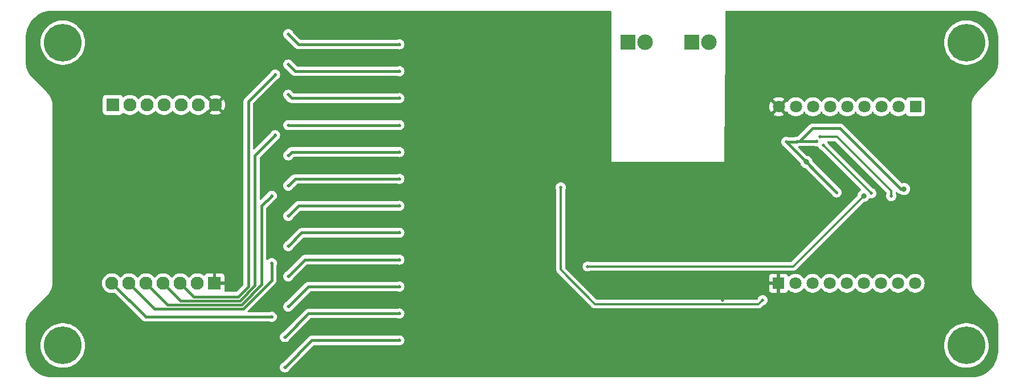
<source format=gbr>
%TF.GenerationSoftware,KiCad,Pcbnew,8.0.2*%
%TF.CreationDate,2024-06-17T10:52:44+02:00*%
%TF.ProjectId,BMS V1.0,424d5320-5631-42e3-902e-6b696361645f,rev?*%
%TF.SameCoordinates,Original*%
%TF.FileFunction,Copper,L2,Bot*%
%TF.FilePolarity,Positive*%
%FSLAX46Y46*%
G04 Gerber Fmt 4.6, Leading zero omitted, Abs format (unit mm)*
G04 Created by KiCad (PCBNEW 8.0.2) date 2024-06-17 10:52:44*
%MOMM*%
%LPD*%
G01*
G04 APERTURE LIST*
%TA.AperFunction,ComponentPad*%
%ADD10R,2.325000X2.325000*%
%TD*%
%TA.AperFunction,ComponentPad*%
%ADD11C,2.325000*%
%TD*%
%TA.AperFunction,ComponentPad*%
%ADD12C,5.600000*%
%TD*%
%TA.AperFunction,ComponentPad*%
%ADD13R,1.800000X1.800000*%
%TD*%
%TA.AperFunction,ComponentPad*%
%ADD14C,1.800000*%
%TD*%
%TA.AperFunction,ComponentPad*%
%ADD15R,1.950000X1.950000*%
%TD*%
%TA.AperFunction,ComponentPad*%
%ADD16C,1.950000*%
%TD*%
%TA.AperFunction,ViaPad*%
%ADD17C,0.500000*%
%TD*%
%TA.AperFunction,ViaPad*%
%ADD18C,0.800000*%
%TD*%
%TA.AperFunction,Conductor*%
%ADD19C,0.300000*%
%TD*%
%TA.AperFunction,Conductor*%
%ADD20C,0.400000*%
%TD*%
G04 APERTURE END LIST*
D10*
%TO.P,J3,1,Pin_1*%
%TO.N,Net-(J3-Pin_1)*%
X163000000Y-68155000D03*
D11*
%TO.P,J3,2,Pin_2*%
%TO.N,Net-(J3-Pin_2)*%
X165540000Y-68155000D03*
%TD*%
D12*
%TO.P,,1*%
%TO.N,N/C*%
X203750000Y-113250000D03*
%TD*%
%TO.P,,1*%
%TO.N,N/C*%
X69500000Y-113250000D03*
%TD*%
D13*
%TO.P,J5,1,Pin_1*%
%TO.N,/T16*%
X196200000Y-77775000D03*
D14*
%TO.P,J5,2,Pin_2*%
%TO.N,/T15*%
X193660000Y-77775000D03*
%TO.P,J5,3,Pin_3*%
%TO.N,/T14*%
X191120000Y-77775000D03*
%TO.P,J5,4,Pin_4*%
%TO.N,/T13*%
X188580000Y-77775000D03*
%TO.P,J5,5,Pin_5*%
%TO.N,/T12*%
X186040000Y-77775000D03*
%TO.P,J5,6,Pin_6*%
%TO.N,/T11*%
X183500000Y-77775000D03*
%TO.P,J5,7,Pin_7*%
%TO.N,/T10*%
X180960000Y-77775000D03*
%TO.P,J5,8,Pin_8*%
%TO.N,/T9*%
X178420000Y-77775000D03*
%TO.P,J5,9,Pin_9*%
%TO.N,-VDC*%
X175880000Y-77775000D03*
%TD*%
D13*
%TO.P,J4,1,Pin_1*%
%TO.N,-VDC*%
X175840000Y-104000000D03*
D14*
%TO.P,J4,2,Pin_2*%
%TO.N,/T8*%
X178380000Y-104000000D03*
%TO.P,J4,3,Pin_3*%
%TO.N,/T7*%
X180920000Y-104000000D03*
%TO.P,J4,4,Pin_4*%
%TO.N,/T6*%
X183460000Y-104000000D03*
%TO.P,J4,5,Pin_5*%
%TO.N,/T5*%
X186000000Y-104000000D03*
%TO.P,J4,6,Pin_6*%
%TO.N,/T4*%
X188540000Y-104000000D03*
%TO.P,J4,7,Pin_7*%
%TO.N,/T3*%
X191080000Y-104000000D03*
%TO.P,J4,8,Pin_8*%
%TO.N,/T2*%
X193620000Y-104000000D03*
%TO.P,J4,9,Pin_9*%
%TO.N,/T1*%
X196160000Y-104000000D03*
%TD*%
D15*
%TO.P,J6,1,Pin_1*%
%TO.N,/Cell 11*%
X76930000Y-77500000D03*
D16*
%TO.P,J6,2,Pin_2*%
%TO.N,/Cell 9*%
X79470000Y-77500000D03*
%TO.P,J6,3,Pin_3*%
%TO.N,/Cell 7*%
X82010000Y-77500000D03*
%TO.P,J6,4,Pin_4*%
%TO.N,/Cell 5*%
X84550000Y-77500000D03*
%TO.P,J6,5,Pin_5*%
%TO.N,/Cell 3*%
X87090000Y-77500000D03*
%TO.P,J6,6,Pin_6*%
%TO.N,/Cell 1*%
X89630000Y-77500000D03*
%TO.P,J6,7,Pin_7*%
%TO.N,-VDC*%
X92170000Y-77500000D03*
%TD*%
D10*
%TO.P,J1,1,Pin_1*%
%TO.N,Net-(J1-Pin_1)*%
X153460000Y-68155000D03*
D11*
%TO.P,J1,2,Pin_2*%
%TO.N,Net-(J1-Pin_2)*%
X156000000Y-68155000D03*
%TD*%
D12*
%TO.P,,1*%
%TO.N,N/C*%
X203750000Y-68250000D03*
%TD*%
%TO.P,REF\u002A\u002A,1*%
%TO.N,N/C*%
X69500000Y-68250000D03*
%TD*%
D15*
%TO.P,J2,1,Pin_1*%
%TO.N,-VDC*%
X92050000Y-104000000D03*
D16*
%TO.P,J2,2,Pin_2*%
%TO.N,+BATT*%
X89510000Y-104000000D03*
%TO.P,J2,3,Pin_3*%
%TO.N,/Cell 10*%
X86970000Y-104000000D03*
%TO.P,J2,4,Pin_4*%
%TO.N,/Cell 8*%
X84430000Y-104000000D03*
%TO.P,J2,5,Pin_5*%
%TO.N,/Cell 6*%
X81890000Y-104000000D03*
%TO.P,J2,6,Pin_6*%
%TO.N,/Cell 4*%
X79350000Y-104000000D03*
%TO.P,J2,7,Pin_7*%
%TO.N,/Cell 2*%
X76810000Y-104000000D03*
%TD*%
D17*
%TO.N,+5V*%
X181500000Y-82925500D03*
D18*
X194500000Y-90000000D03*
D17*
X143500000Y-89750000D03*
X177000000Y-83000000D03*
X184500000Y-90500000D03*
D18*
X180000000Y-86000000D03*
D17*
X173500000Y-106500000D03*
%TO.N,-VDC*%
X172500000Y-94000000D03*
X117000000Y-78500000D03*
X149500000Y-82500000D03*
X159500000Y-99500000D03*
X117000000Y-90500000D03*
X140000000Y-76500000D03*
X92000000Y-67500000D03*
X133750000Y-65000000D03*
X187844425Y-81312811D03*
X143500000Y-109000000D03*
X178000000Y-74500000D03*
X131000000Y-69500000D03*
X185500000Y-100000000D03*
X176500000Y-99500000D03*
X138000000Y-108000000D03*
X157000000Y-95500000D03*
X131500000Y-114000000D03*
X117000000Y-66500000D03*
X117000000Y-114500000D03*
X117000000Y-102500000D03*
X195000000Y-88500000D03*
X167500000Y-106500000D03*
%TO.N,/VREF2*%
X147500000Y-101500000D03*
D18*
X188500000Y-91000000D03*
D17*
%TO.N,/SCL*%
X182000000Y-82225000D03*
X192602012Y-91057008D03*
%TO.N,/SDA*%
X189635627Y-90635627D03*
X182500000Y-83525000D03*
%TO.N,/Cell 10*%
X101050000Y-73000000D03*
%TO.N,/Cell 8*%
X101050000Y-82000000D03*
%TO.N,/Cell 6*%
X100550000Y-91000000D03*
%TO.N,/Cell 4*%
X100550000Y-101000000D03*
%TO.N,/Cell 2*%
X100550000Y-109000000D03*
%TO.N,Net-(Q1-G)*%
X119500000Y-108500000D03*
X102500000Y-112000000D03*
%TO.N,Net-(Q2-G)*%
X119500000Y-104500000D03*
X103000000Y-107500000D03*
%TO.N,Net-(Q3-G)*%
X103000000Y-103000000D03*
X119500000Y-100500000D03*
%TO.N,Net-(Q4-G)*%
X119500000Y-96500000D03*
X103000000Y-98500000D03*
%TO.N,Net-(Q5-G)*%
X103000000Y-94000000D03*
X119500000Y-92500000D03*
%TO.N,Net-(Q6-G)*%
X119500000Y-88500000D03*
X103000000Y-89500000D03*
%TO.N,Net-(Q7-G)*%
X103000000Y-85000000D03*
X119500000Y-84500000D03*
%TO.N,Net-(Q8-G)*%
X103000000Y-80500000D03*
X119500000Y-80500000D03*
%TO.N,Net-(Q9-G)*%
X119500000Y-76500000D03*
X103000000Y-76000000D03*
%TO.N,Net-(Q10-G)*%
X103000000Y-71500000D03*
X119500000Y-72500000D03*
%TO.N,Net-(Q11-G)*%
X119500000Y-68500000D03*
X103000000Y-67000000D03*
%TO.N,Net-(Q12-G)*%
X119500000Y-112500000D03*
X102500000Y-116500000D03*
%TD*%
D19*
%TO.N,+5V*%
X143500000Y-102000000D02*
X148600000Y-107100000D01*
X143500000Y-89750000D02*
X143500000Y-102000000D01*
D20*
X178574500Y-82925500D02*
X178500000Y-83000000D01*
X181500000Y-82925500D02*
X179000000Y-82925500D01*
X194000000Y-90000000D02*
X185000000Y-81000000D01*
X194500000Y-90000000D02*
X194000000Y-90000000D01*
X184500000Y-90500000D02*
X177000000Y-83000000D01*
X179000000Y-82925500D02*
X178574500Y-82925500D01*
X185000000Y-81000000D02*
X180925500Y-81000000D01*
X178500000Y-83000000D02*
X177000000Y-83000000D01*
X180925500Y-81000000D02*
X179000000Y-82925500D01*
D19*
X148600000Y-107100000D02*
X172900000Y-107100000D01*
X172900000Y-107100000D02*
X173500000Y-106500000D01*
%TO.N,/VREF2*%
X178000500Y-101499500D02*
X188500000Y-91000000D01*
X147500000Y-101499500D02*
X178000500Y-101499500D01*
%TO.N,/SCL*%
X182000000Y-82225000D02*
X184564592Y-82225000D01*
X184564592Y-82225000D02*
X192602012Y-90262420D01*
X192602012Y-90262420D02*
X192602012Y-91057008D01*
%TO.N,/SDA*%
X189610627Y-90635627D02*
X182500000Y-83525000D01*
X189635627Y-90635627D02*
X189610627Y-90635627D01*
D20*
%TO.N,/Cell 10*%
X101050000Y-73000000D02*
X97050000Y-77000000D01*
X88970000Y-106000000D02*
X86970000Y-104000000D01*
X97050000Y-77000000D02*
X97050000Y-104500000D01*
X95550000Y-106000000D02*
X88970000Y-106000000D01*
X97050000Y-104500000D02*
X95550000Y-106000000D01*
%TO.N,/Cell 8*%
X98050000Y-85000000D02*
X98050000Y-104348528D01*
X98050000Y-104348528D02*
X95798528Y-106600000D01*
X87030000Y-106600000D02*
X84430000Y-104000000D01*
X101050000Y-82000000D02*
X98050000Y-85000000D01*
X95798528Y-106600000D02*
X87030000Y-106600000D01*
%TO.N,/Cell 6*%
X96047056Y-107200000D02*
X85090000Y-107200000D01*
X100550000Y-91000000D02*
X99050000Y-92500000D01*
X99050000Y-104197056D02*
X96047056Y-107200000D01*
X99050000Y-92500000D02*
X99050000Y-104197056D01*
X85090000Y-107200000D02*
X81890000Y-104000000D01*
%TO.N,/Cell 4*%
X100550000Y-103545584D02*
X96295584Y-107800000D01*
X100550000Y-101000000D02*
X100550000Y-103545584D01*
X96295584Y-107800000D02*
X83150000Y-107800000D01*
X83150000Y-107800000D02*
X79350000Y-104000000D01*
%TO.N,/Cell 2*%
X100550000Y-109000000D02*
X81810000Y-109000000D01*
X81810000Y-109000000D02*
X76810000Y-104000000D01*
%TO.N,Net-(Q1-G)*%
X106000000Y-108500000D02*
X102500000Y-112000000D01*
X119500000Y-108500000D02*
X106000000Y-108500000D01*
%TO.N,Net-(Q2-G)*%
X106000000Y-104500000D02*
X103000000Y-107500000D01*
X119500000Y-104500000D02*
X106000000Y-104500000D01*
%TO.N,Net-(Q3-G)*%
X105500000Y-100500000D02*
X103000000Y-103000000D01*
X119500000Y-100500000D02*
X105500000Y-100500000D01*
%TO.N,Net-(Q4-G)*%
X105000000Y-96500000D02*
X103000000Y-98500000D01*
X119500000Y-96500000D02*
X105000000Y-96500000D01*
%TO.N,Net-(Q5-G)*%
X104500000Y-92500000D02*
X103000000Y-94000000D01*
X119500000Y-92500000D02*
X104500000Y-92500000D01*
%TO.N,Net-(Q6-G)*%
X104000000Y-88500000D02*
X103000000Y-89500000D01*
X119500000Y-88500000D02*
X104000000Y-88500000D01*
%TO.N,Net-(Q7-G)*%
X103500000Y-84500000D02*
X103000000Y-85000000D01*
X119500000Y-84500000D02*
X103500000Y-84500000D01*
%TO.N,Net-(Q8-G)*%
X119500000Y-80500000D02*
X103000000Y-80500000D01*
%TO.N,Net-(Q9-G)*%
X103500000Y-76500000D02*
X103000000Y-76000000D01*
X119500000Y-76500000D02*
X103500000Y-76500000D01*
%TO.N,Net-(Q10-G)*%
X104000000Y-72500000D02*
X103000000Y-71500000D01*
X119500000Y-72500000D02*
X104000000Y-72500000D01*
%TO.N,Net-(Q11-G)*%
X104500000Y-68500000D02*
X103000000Y-67000000D01*
X119500000Y-68500000D02*
X104500000Y-68500000D01*
%TO.N,Net-(Q12-G)*%
X106500000Y-112500000D02*
X102500000Y-116500000D01*
X119500000Y-112500000D02*
X106500000Y-112500000D01*
%TD*%
%TA.AperFunction,Conductor*%
%TO.N,-VDC*%
G36*
X150943039Y-63519685D02*
G01*
X150988794Y-63572489D01*
X151000000Y-63624000D01*
X151000000Y-86000000D01*
X167750000Y-86000000D01*
X167775446Y-83709882D01*
X167841389Y-77774994D01*
X174475202Y-77774994D01*
X174475202Y-77775005D01*
X174494361Y-78006218D01*
X174551317Y-78231135D01*
X174644515Y-78443606D01*
X174728812Y-78572633D01*
X175315387Y-77986058D01*
X175320889Y-78006591D01*
X175399881Y-78143408D01*
X175511592Y-78255119D01*
X175648409Y-78334111D01*
X175668940Y-78339612D01*
X175081201Y-78927351D01*
X175111649Y-78951050D01*
X175315697Y-79061476D01*
X175315706Y-79061479D01*
X175535139Y-79136811D01*
X175763993Y-79175000D01*
X175996007Y-79175000D01*
X176224860Y-79136811D01*
X176444293Y-79061479D01*
X176444301Y-79061476D01*
X176648355Y-78951047D01*
X176678797Y-78927351D01*
X176678798Y-78927350D01*
X176091060Y-78339612D01*
X176111591Y-78334111D01*
X176248408Y-78255119D01*
X176360119Y-78143408D01*
X176439111Y-78006591D01*
X176444612Y-77986059D01*
X177031185Y-78572632D01*
X177045891Y-78550125D01*
X177099037Y-78504768D01*
X177168268Y-78495344D01*
X177231604Y-78524846D01*
X177253508Y-78550123D01*
X177311021Y-78638153D01*
X177468216Y-78808913D01*
X177468219Y-78808915D01*
X177468222Y-78808918D01*
X177651365Y-78951464D01*
X177651371Y-78951468D01*
X177651374Y-78951470D01*
X177801185Y-79032544D01*
X177854652Y-79061479D01*
X177855497Y-79061936D01*
X177969487Y-79101068D01*
X178075015Y-79137297D01*
X178075017Y-79137297D01*
X178075019Y-79137298D01*
X178303951Y-79175500D01*
X178303952Y-79175500D01*
X178536048Y-79175500D01*
X178536049Y-79175500D01*
X178764981Y-79137298D01*
X178984503Y-79061936D01*
X179188626Y-78951470D01*
X179189170Y-78951047D01*
X179311471Y-78855856D01*
X179371784Y-78808913D01*
X179528979Y-78638153D01*
X179586191Y-78550582D01*
X179639337Y-78505226D01*
X179708568Y-78495802D01*
X179771904Y-78525304D01*
X179793809Y-78550583D01*
X179851016Y-78638147D01*
X179851018Y-78638149D01*
X179851021Y-78638153D01*
X180008216Y-78808913D01*
X180008219Y-78808915D01*
X180008222Y-78808918D01*
X180191365Y-78951464D01*
X180191371Y-78951468D01*
X180191374Y-78951470D01*
X180341185Y-79032544D01*
X180394652Y-79061479D01*
X180395497Y-79061936D01*
X180509487Y-79101068D01*
X180615015Y-79137297D01*
X180615017Y-79137297D01*
X180615019Y-79137298D01*
X180843951Y-79175500D01*
X180843952Y-79175500D01*
X181076048Y-79175500D01*
X181076049Y-79175500D01*
X181304981Y-79137298D01*
X181524503Y-79061936D01*
X181728626Y-78951470D01*
X181729170Y-78951047D01*
X181851471Y-78855856D01*
X181911784Y-78808913D01*
X182068979Y-78638153D01*
X182126191Y-78550582D01*
X182179337Y-78505226D01*
X182248568Y-78495802D01*
X182311904Y-78525304D01*
X182333809Y-78550583D01*
X182391016Y-78638147D01*
X182391018Y-78638149D01*
X182391021Y-78638153D01*
X182548216Y-78808913D01*
X182548219Y-78808915D01*
X182548222Y-78808918D01*
X182731365Y-78951464D01*
X182731371Y-78951468D01*
X182731374Y-78951470D01*
X182881185Y-79032544D01*
X182934652Y-79061479D01*
X182935497Y-79061936D01*
X183049487Y-79101068D01*
X183155015Y-79137297D01*
X183155017Y-79137297D01*
X183155019Y-79137298D01*
X183383951Y-79175500D01*
X183383952Y-79175500D01*
X183616048Y-79175500D01*
X183616049Y-79175500D01*
X183844981Y-79137298D01*
X184064503Y-79061936D01*
X184268626Y-78951470D01*
X184269170Y-78951047D01*
X184391471Y-78855856D01*
X184451784Y-78808913D01*
X184608979Y-78638153D01*
X184666191Y-78550582D01*
X184719337Y-78505226D01*
X184788568Y-78495802D01*
X184851904Y-78525304D01*
X184873809Y-78550583D01*
X184931016Y-78638147D01*
X184931018Y-78638149D01*
X184931021Y-78638153D01*
X185088216Y-78808913D01*
X185088219Y-78808915D01*
X185088222Y-78808918D01*
X185271365Y-78951464D01*
X185271371Y-78951468D01*
X185271374Y-78951470D01*
X185421185Y-79032544D01*
X185474652Y-79061479D01*
X185475497Y-79061936D01*
X185589487Y-79101068D01*
X185695015Y-79137297D01*
X185695017Y-79137297D01*
X185695019Y-79137298D01*
X185923951Y-79175500D01*
X185923952Y-79175500D01*
X186156048Y-79175500D01*
X186156049Y-79175500D01*
X186384981Y-79137298D01*
X186604503Y-79061936D01*
X186808626Y-78951470D01*
X186809170Y-78951047D01*
X186931471Y-78855856D01*
X186991784Y-78808913D01*
X187148979Y-78638153D01*
X187206191Y-78550582D01*
X187259337Y-78505226D01*
X187328568Y-78495802D01*
X187391904Y-78525304D01*
X187413809Y-78550583D01*
X187471016Y-78638147D01*
X187471018Y-78638149D01*
X187471021Y-78638153D01*
X187628216Y-78808913D01*
X187628219Y-78808915D01*
X187628222Y-78808918D01*
X187811365Y-78951464D01*
X187811371Y-78951468D01*
X187811374Y-78951470D01*
X187961185Y-79032544D01*
X188014652Y-79061479D01*
X188015497Y-79061936D01*
X188129487Y-79101068D01*
X188235015Y-79137297D01*
X188235017Y-79137297D01*
X188235019Y-79137298D01*
X188463951Y-79175500D01*
X188463952Y-79175500D01*
X188696048Y-79175500D01*
X188696049Y-79175500D01*
X188924981Y-79137298D01*
X189144503Y-79061936D01*
X189348626Y-78951470D01*
X189349170Y-78951047D01*
X189471471Y-78855856D01*
X189531784Y-78808913D01*
X189688979Y-78638153D01*
X189746191Y-78550582D01*
X189799337Y-78505226D01*
X189868568Y-78495802D01*
X189931904Y-78525304D01*
X189953809Y-78550583D01*
X190011016Y-78638147D01*
X190011018Y-78638149D01*
X190011021Y-78638153D01*
X190168216Y-78808913D01*
X190168219Y-78808915D01*
X190168222Y-78808918D01*
X190351365Y-78951464D01*
X190351371Y-78951468D01*
X190351374Y-78951470D01*
X190501185Y-79032544D01*
X190554652Y-79061479D01*
X190555497Y-79061936D01*
X190669487Y-79101068D01*
X190775015Y-79137297D01*
X190775017Y-79137297D01*
X190775019Y-79137298D01*
X191003951Y-79175500D01*
X191003952Y-79175500D01*
X191236048Y-79175500D01*
X191236049Y-79175500D01*
X191464981Y-79137298D01*
X191684503Y-79061936D01*
X191888626Y-78951470D01*
X191889170Y-78951047D01*
X192011471Y-78855856D01*
X192071784Y-78808913D01*
X192228979Y-78638153D01*
X192286191Y-78550582D01*
X192339337Y-78505226D01*
X192408568Y-78495802D01*
X192471904Y-78525304D01*
X192493809Y-78550583D01*
X192551016Y-78638147D01*
X192551018Y-78638149D01*
X192551021Y-78638153D01*
X192708216Y-78808913D01*
X192708219Y-78808915D01*
X192708222Y-78808918D01*
X192891365Y-78951464D01*
X192891371Y-78951468D01*
X192891374Y-78951470D01*
X193041185Y-79032544D01*
X193094652Y-79061479D01*
X193095497Y-79061936D01*
X193209487Y-79101068D01*
X193315015Y-79137297D01*
X193315017Y-79137297D01*
X193315019Y-79137298D01*
X193543951Y-79175500D01*
X193543952Y-79175500D01*
X193776048Y-79175500D01*
X193776049Y-79175500D01*
X194004981Y-79137298D01*
X194224503Y-79061936D01*
X194428626Y-78951470D01*
X194429170Y-78951047D01*
X194551471Y-78855856D01*
X194611784Y-78808913D01*
X194620130Y-78799846D01*
X194680010Y-78763854D01*
X194749849Y-78765949D01*
X194807468Y-78805469D01*
X194827544Y-78840491D01*
X194856203Y-78917330D01*
X194856206Y-78917335D01*
X194942452Y-79032544D01*
X194942455Y-79032547D01*
X195057664Y-79118793D01*
X195057671Y-79118797D01*
X195192517Y-79169091D01*
X195192516Y-79169091D01*
X195199444Y-79169835D01*
X195252127Y-79175500D01*
X197147872Y-79175499D01*
X197207483Y-79169091D01*
X197342331Y-79118796D01*
X197457546Y-79032546D01*
X197543796Y-78917331D01*
X197594091Y-78782483D01*
X197600500Y-78722873D01*
X197600499Y-76827128D01*
X197594091Y-76767517D01*
X197584233Y-76741087D01*
X197543797Y-76632671D01*
X197543793Y-76632664D01*
X197457547Y-76517455D01*
X197457544Y-76517452D01*
X197342335Y-76431206D01*
X197342328Y-76431202D01*
X197207482Y-76380908D01*
X197207483Y-76380908D01*
X197147883Y-76374501D01*
X197147881Y-76374500D01*
X197147873Y-76374500D01*
X197147864Y-76374500D01*
X195252129Y-76374500D01*
X195252123Y-76374501D01*
X195192516Y-76380908D01*
X195057671Y-76431202D01*
X195057664Y-76431206D01*
X194942455Y-76517452D01*
X194942452Y-76517455D01*
X194856206Y-76632664D01*
X194856203Y-76632670D01*
X194827544Y-76709508D01*
X194785672Y-76765441D01*
X194720208Y-76789858D01*
X194651935Y-76775006D01*
X194620135Y-76750158D01*
X194611784Y-76741087D01*
X194611778Y-76741082D01*
X194611777Y-76741081D01*
X194428634Y-76598535D01*
X194428628Y-76598531D01*
X194224504Y-76488064D01*
X194224495Y-76488061D01*
X194004984Y-76412702D01*
X193814450Y-76380908D01*
X193776049Y-76374500D01*
X193543951Y-76374500D01*
X193505550Y-76380908D01*
X193315015Y-76412702D01*
X193095504Y-76488061D01*
X193095495Y-76488064D01*
X192891371Y-76598531D01*
X192891365Y-76598535D01*
X192708222Y-76741081D01*
X192708219Y-76741084D01*
X192708216Y-76741086D01*
X192708216Y-76741087D01*
X192663319Y-76789858D01*
X192551016Y-76911852D01*
X192493809Y-76999416D01*
X192440662Y-77044773D01*
X192371431Y-77054197D01*
X192308095Y-77024695D01*
X192286191Y-76999416D01*
X192228983Y-76911852D01*
X192228980Y-76911849D01*
X192228979Y-76911847D01*
X192071784Y-76741087D01*
X192071779Y-76741083D01*
X192071777Y-76741081D01*
X191888634Y-76598535D01*
X191888628Y-76598531D01*
X191684504Y-76488064D01*
X191684495Y-76488061D01*
X191464984Y-76412702D01*
X191274450Y-76380908D01*
X191236049Y-76374500D01*
X191003951Y-76374500D01*
X190965550Y-76380908D01*
X190775015Y-76412702D01*
X190555504Y-76488061D01*
X190555495Y-76488064D01*
X190351371Y-76598531D01*
X190351365Y-76598535D01*
X190168222Y-76741081D01*
X190168219Y-76741084D01*
X190168216Y-76741086D01*
X190168216Y-76741087D01*
X190123319Y-76789858D01*
X190011016Y-76911852D01*
X189953809Y-76999416D01*
X189900662Y-77044773D01*
X189831431Y-77054197D01*
X189768095Y-77024695D01*
X189746191Y-76999416D01*
X189688983Y-76911852D01*
X189688980Y-76911849D01*
X189688979Y-76911847D01*
X189531784Y-76741087D01*
X189531779Y-76741083D01*
X189531777Y-76741081D01*
X189348634Y-76598535D01*
X189348628Y-76598531D01*
X189144504Y-76488064D01*
X189144495Y-76488061D01*
X188924984Y-76412702D01*
X188734450Y-76380908D01*
X188696049Y-76374500D01*
X188463951Y-76374500D01*
X188425550Y-76380908D01*
X188235015Y-76412702D01*
X188015504Y-76488061D01*
X188015495Y-76488064D01*
X187811371Y-76598531D01*
X187811365Y-76598535D01*
X187628222Y-76741081D01*
X187628219Y-76741084D01*
X187628216Y-76741086D01*
X187628216Y-76741087D01*
X187583319Y-76789858D01*
X187471016Y-76911852D01*
X187413809Y-76999416D01*
X187360662Y-77044773D01*
X187291431Y-77054197D01*
X187228095Y-77024695D01*
X187206191Y-76999416D01*
X187148983Y-76911852D01*
X187148980Y-76911849D01*
X187148979Y-76911847D01*
X186991784Y-76741087D01*
X186991779Y-76741083D01*
X186991777Y-76741081D01*
X186808634Y-76598535D01*
X186808628Y-76598531D01*
X186604504Y-76488064D01*
X186604495Y-76488061D01*
X186384984Y-76412702D01*
X186194450Y-76380908D01*
X186156049Y-76374500D01*
X185923951Y-76374500D01*
X185885550Y-76380908D01*
X185695015Y-76412702D01*
X185475504Y-76488061D01*
X185475495Y-76488064D01*
X185271371Y-76598531D01*
X185271365Y-76598535D01*
X185088222Y-76741081D01*
X185088219Y-76741084D01*
X185088216Y-76741086D01*
X185088216Y-76741087D01*
X185043319Y-76789858D01*
X184931016Y-76911852D01*
X184873809Y-76999416D01*
X184820662Y-77044773D01*
X184751431Y-77054197D01*
X184688095Y-77024695D01*
X184666191Y-76999416D01*
X184608983Y-76911852D01*
X184608980Y-76911849D01*
X184608979Y-76911847D01*
X184451784Y-76741087D01*
X184451779Y-76741083D01*
X184451777Y-76741081D01*
X184268634Y-76598535D01*
X184268628Y-76598531D01*
X184064504Y-76488064D01*
X184064495Y-76488061D01*
X183844984Y-76412702D01*
X183654450Y-76380908D01*
X183616049Y-76374500D01*
X183383951Y-76374500D01*
X183345550Y-76380908D01*
X183155015Y-76412702D01*
X182935504Y-76488061D01*
X182935495Y-76488064D01*
X182731371Y-76598531D01*
X182731365Y-76598535D01*
X182548222Y-76741081D01*
X182548219Y-76741084D01*
X182548216Y-76741086D01*
X182548216Y-76741087D01*
X182503319Y-76789858D01*
X182391016Y-76911852D01*
X182333809Y-76999416D01*
X182280662Y-77044773D01*
X182211431Y-77054197D01*
X182148095Y-77024695D01*
X182126191Y-76999416D01*
X182068983Y-76911852D01*
X182068980Y-76911849D01*
X182068979Y-76911847D01*
X181911784Y-76741087D01*
X181911779Y-76741083D01*
X181911777Y-76741081D01*
X181728634Y-76598535D01*
X181728628Y-76598531D01*
X181524504Y-76488064D01*
X181524495Y-76488061D01*
X181304984Y-76412702D01*
X181114450Y-76380908D01*
X181076049Y-76374500D01*
X180843951Y-76374500D01*
X180805550Y-76380908D01*
X180615015Y-76412702D01*
X180395504Y-76488061D01*
X180395495Y-76488064D01*
X180191371Y-76598531D01*
X180191365Y-76598535D01*
X180008222Y-76741081D01*
X180008219Y-76741084D01*
X180008216Y-76741086D01*
X180008216Y-76741087D01*
X179963319Y-76789858D01*
X179851016Y-76911852D01*
X179793809Y-76999416D01*
X179740662Y-77044773D01*
X179671431Y-77054197D01*
X179608095Y-77024695D01*
X179586191Y-76999416D01*
X179528983Y-76911852D01*
X179528980Y-76911849D01*
X179528979Y-76911847D01*
X179371784Y-76741087D01*
X179371779Y-76741083D01*
X179371777Y-76741081D01*
X179188634Y-76598535D01*
X179188628Y-76598531D01*
X178984504Y-76488064D01*
X178984495Y-76488061D01*
X178764984Y-76412702D01*
X178574450Y-76380908D01*
X178536049Y-76374500D01*
X178303951Y-76374500D01*
X178265550Y-76380908D01*
X178075015Y-76412702D01*
X177855504Y-76488061D01*
X177855495Y-76488064D01*
X177651371Y-76598531D01*
X177651365Y-76598535D01*
X177468222Y-76741081D01*
X177468219Y-76741084D01*
X177468216Y-76741086D01*
X177468216Y-76741087D01*
X177311379Y-76911459D01*
X177311015Y-76911854D01*
X177253509Y-76999874D01*
X177200363Y-77045230D01*
X177131132Y-77054654D01*
X177067796Y-77025152D01*
X177045892Y-76999874D01*
X177031186Y-76977365D01*
X176444612Y-77563939D01*
X176439111Y-77543409D01*
X176360119Y-77406592D01*
X176248408Y-77294881D01*
X176111591Y-77215889D01*
X176091058Y-77210387D01*
X176678797Y-76622647D01*
X176678797Y-76622645D01*
X176648360Y-76598955D01*
X176648354Y-76598951D01*
X176444302Y-76488523D01*
X176444293Y-76488520D01*
X176224860Y-76413188D01*
X175996007Y-76375000D01*
X175763993Y-76375000D01*
X175535139Y-76413188D01*
X175315706Y-76488520D01*
X175315697Y-76488523D01*
X175111650Y-76598949D01*
X175081200Y-76622647D01*
X175668941Y-77210387D01*
X175648409Y-77215889D01*
X175511592Y-77294881D01*
X175399881Y-77406592D01*
X175320889Y-77543409D01*
X175315387Y-77563941D01*
X174728811Y-76977365D01*
X174644516Y-77106390D01*
X174551317Y-77318864D01*
X174494361Y-77543781D01*
X174475202Y-77774994D01*
X167841389Y-77774994D01*
X167947223Y-68249997D01*
X200444652Y-68249997D01*
X200444652Y-68250002D01*
X200464028Y-68607368D01*
X200464029Y-68607385D01*
X200521926Y-68960539D01*
X200521932Y-68960565D01*
X200617672Y-69305392D01*
X200617674Y-69305399D01*
X200750142Y-69637870D01*
X200750151Y-69637888D01*
X200917784Y-69954077D01*
X200917790Y-69954086D01*
X201118634Y-70250309D01*
X201118641Y-70250319D01*
X201350331Y-70523085D01*
X201350332Y-70523086D01*
X201610163Y-70769211D01*
X201895081Y-70985800D01*
X202201747Y-71170315D01*
X202201749Y-71170316D01*
X202201751Y-71170317D01*
X202201755Y-71170319D01*
X202388036Y-71256501D01*
X202526565Y-71320591D01*
X202865726Y-71434868D01*
X203215254Y-71511805D01*
X203571052Y-71550500D01*
X203571058Y-71550500D01*
X203928942Y-71550500D01*
X203928948Y-71550500D01*
X204284746Y-71511805D01*
X204634274Y-71434868D01*
X204973435Y-71320591D01*
X205298253Y-71170315D01*
X205604919Y-70985800D01*
X205889837Y-70769211D01*
X206149668Y-70523086D01*
X206381365Y-70250311D01*
X206582211Y-69954085D01*
X206749853Y-69637880D01*
X206882324Y-69305403D01*
X206978071Y-68960552D01*
X207035972Y-68607371D01*
X207055348Y-68250000D01*
X207035972Y-67892629D01*
X207023990Y-67819544D01*
X206978073Y-67539460D01*
X206978072Y-67539459D01*
X206978071Y-67539448D01*
X206914066Y-67308922D01*
X206882327Y-67194607D01*
X206882325Y-67194600D01*
X206749857Y-66862129D01*
X206749848Y-66862111D01*
X206582215Y-66545922D01*
X206582213Y-66545919D01*
X206582211Y-66545915D01*
X206381365Y-66249689D01*
X206381361Y-66249684D01*
X206381358Y-66249680D01*
X206149668Y-65976914D01*
X205889837Y-65730789D01*
X205889830Y-65730783D01*
X205889827Y-65730781D01*
X205822245Y-65679407D01*
X205604919Y-65514200D01*
X205298253Y-65329685D01*
X205298252Y-65329684D01*
X205298248Y-65329682D01*
X205298244Y-65329680D01*
X204973447Y-65179414D01*
X204973441Y-65179411D01*
X204973435Y-65179409D01*
X204770595Y-65111064D01*
X204634273Y-65065131D01*
X204284744Y-64988194D01*
X203928949Y-64949500D01*
X203928948Y-64949500D01*
X203571052Y-64949500D01*
X203571050Y-64949500D01*
X203215255Y-64988194D01*
X202865726Y-65065131D01*
X202609970Y-65151306D01*
X202526565Y-65179409D01*
X202526563Y-65179410D01*
X202526552Y-65179414D01*
X202201755Y-65329680D01*
X202201751Y-65329682D01*
X202005591Y-65447708D01*
X201895081Y-65514200D01*
X201806768Y-65581333D01*
X201610172Y-65730781D01*
X201610163Y-65730789D01*
X201350331Y-65976914D01*
X201118641Y-66249680D01*
X201118634Y-66249690D01*
X200917790Y-66545913D01*
X200917784Y-66545922D01*
X200750151Y-66862111D01*
X200750142Y-66862129D01*
X200617674Y-67194600D01*
X200617672Y-67194607D01*
X200521932Y-67539434D01*
X200521926Y-67539460D01*
X200464029Y-67892614D01*
X200464028Y-67892631D01*
X200444652Y-68249997D01*
X167947223Y-68249997D01*
X167998638Y-63622622D01*
X168019066Y-63555806D01*
X168072375Y-63510640D01*
X168122630Y-63500000D01*
X204499213Y-63500000D01*
X204500733Y-63500008D01*
X204691077Y-63502343D01*
X204701681Y-63502930D01*
X205081224Y-63540312D01*
X205093249Y-63542096D01*
X205466527Y-63616345D01*
X205478329Y-63619301D01*
X205842544Y-63729785D01*
X205854002Y-63733885D01*
X206205627Y-63879532D01*
X206216626Y-63884734D01*
X206552282Y-64064147D01*
X206562713Y-64070399D01*
X206879169Y-64281849D01*
X206888942Y-64289097D01*
X207183148Y-64530544D01*
X207192165Y-64538717D01*
X207461282Y-64807834D01*
X207469455Y-64816851D01*
X207710902Y-65111057D01*
X207718150Y-65120830D01*
X207929600Y-65437286D01*
X207935856Y-65447724D01*
X208115264Y-65783372D01*
X208120467Y-65794372D01*
X208266114Y-66145997D01*
X208270214Y-66157455D01*
X208380698Y-66521670D01*
X208383654Y-66533474D01*
X208457902Y-66906744D01*
X208459688Y-66918781D01*
X208497068Y-67298304D01*
X208497656Y-67308937D01*
X208499991Y-67499266D01*
X208500000Y-67500787D01*
X208500000Y-71256533D01*
X208499989Y-71258185D01*
X208497839Y-71419578D01*
X208497070Y-71431808D01*
X208460842Y-71753368D01*
X208458513Y-71767079D01*
X208386688Y-72081762D01*
X208382838Y-72095125D01*
X208276231Y-72399782D01*
X208270909Y-72412630D01*
X208130859Y-72703433D01*
X208124133Y-72715603D01*
X207952401Y-72988901D01*
X207944353Y-73000243D01*
X207742571Y-73253253D01*
X207734480Y-73262429D01*
X207621905Y-73378078D01*
X207620732Y-73379267D01*
X205378690Y-75621309D01*
X205261265Y-75741983D01*
X205220944Y-75792541D01*
X205051328Y-76005220D01*
X205051325Y-76005223D01*
X205051323Y-76005227D01*
X204872188Y-76290304D01*
X204872180Y-76290319D01*
X204726104Y-76593636D01*
X204726091Y-76593667D01*
X204614890Y-76911456D01*
X204614888Y-76911465D01*
X204539965Y-77239719D01*
X204502272Y-77574275D01*
X204502271Y-77574287D01*
X204502271Y-77574293D01*
X204500001Y-77742608D01*
X204500000Y-77742662D01*
X204500000Y-103757391D01*
X204502298Y-103925697D01*
X204502299Y-103925721D01*
X204539991Y-104260275D01*
X204539995Y-104260302D01*
X204614908Y-104588531D01*
X204614909Y-104588534D01*
X204614911Y-104588541D01*
X204614912Y-104588543D01*
X204614913Y-104588546D01*
X204726108Y-104906341D01*
X204726109Y-104906342D01*
X204839637Y-105142093D01*
X204872194Y-105209699D01*
X204956171Y-105343350D01*
X205051323Y-105494788D01*
X205261241Y-105758024D01*
X205261253Y-105758038D01*
X205378678Y-105878678D01*
X207620712Y-108120712D01*
X207621874Y-108121889D01*
X207733286Y-108236314D01*
X207734492Y-108237552D01*
X207742595Y-108246741D01*
X207800653Y-108319545D01*
X207944355Y-108499746D01*
X207952401Y-108511087D01*
X208124127Y-108784393D01*
X208130854Y-108796564D01*
X208270895Y-109087371D01*
X208276216Y-109100218D01*
X208382818Y-109404879D01*
X208386662Y-109418222D01*
X208452675Y-109707459D01*
X208458486Y-109732920D01*
X208460814Y-109746629D01*
X208497042Y-110068197D01*
X208497811Y-110080406D01*
X208499989Y-110241825D01*
X208500000Y-110243498D01*
X208500000Y-113999212D01*
X208499991Y-114000733D01*
X208497656Y-114191062D01*
X208497068Y-114201695D01*
X208459688Y-114581218D01*
X208457902Y-114593255D01*
X208383654Y-114966525D01*
X208380698Y-114978329D01*
X208270214Y-115342544D01*
X208266114Y-115354002D01*
X208120467Y-115705627D01*
X208115264Y-115716627D01*
X207935856Y-116052275D01*
X207929600Y-116062713D01*
X207718150Y-116379169D01*
X207710902Y-116388942D01*
X207469455Y-116683148D01*
X207461282Y-116692165D01*
X207192165Y-116961282D01*
X207183148Y-116969455D01*
X206888942Y-117210902D01*
X206879169Y-117218150D01*
X206562713Y-117429600D01*
X206552275Y-117435856D01*
X206216627Y-117615264D01*
X206205627Y-117620467D01*
X205854002Y-117766114D01*
X205842544Y-117770214D01*
X205478329Y-117880698D01*
X205466525Y-117883654D01*
X205093255Y-117957902D01*
X205081218Y-117959688D01*
X204701695Y-117997068D01*
X204691062Y-117997656D01*
X204500734Y-117999991D01*
X204499213Y-118000000D01*
X68000787Y-118000000D01*
X67999266Y-117999991D01*
X67808937Y-117997656D01*
X67798304Y-117997068D01*
X67418781Y-117959688D01*
X67406744Y-117957902D01*
X67033474Y-117883654D01*
X67021670Y-117880698D01*
X66657455Y-117770214D01*
X66645997Y-117766114D01*
X66294372Y-117620467D01*
X66283372Y-117615264D01*
X65947724Y-117435856D01*
X65937286Y-117429600D01*
X65620830Y-117218150D01*
X65611057Y-117210902D01*
X65316851Y-116969455D01*
X65307834Y-116961282D01*
X65038717Y-116692165D01*
X65030544Y-116683148D01*
X65018158Y-116668056D01*
X64789097Y-116388942D01*
X64781849Y-116379169D01*
X64570399Y-116062713D01*
X64564143Y-116052275D01*
X64551760Y-116029109D01*
X64384734Y-115716626D01*
X64379532Y-115705627D01*
X64233885Y-115354002D01*
X64229785Y-115342544D01*
X64119301Y-114978329D01*
X64116345Y-114966525D01*
X64050975Y-114637888D01*
X64042096Y-114593249D01*
X64040311Y-114581218D01*
X64002930Y-114201681D01*
X64002343Y-114191075D01*
X64000009Y-114000732D01*
X64000000Y-113999212D01*
X64000000Y-113249997D01*
X66194652Y-113249997D01*
X66194652Y-113250002D01*
X66214028Y-113607368D01*
X66214029Y-113607385D01*
X66271926Y-113960539D01*
X66271932Y-113960565D01*
X66367672Y-114305392D01*
X66367674Y-114305399D01*
X66500142Y-114637870D01*
X66500151Y-114637888D01*
X66667784Y-114954077D01*
X66667790Y-114954086D01*
X66868634Y-115250309D01*
X66868641Y-115250319D01*
X67100331Y-115523085D01*
X67100332Y-115523086D01*
X67360163Y-115769211D01*
X67645081Y-115985800D01*
X67951747Y-116170315D01*
X67951749Y-116170316D01*
X67951751Y-116170317D01*
X67951755Y-116170319D01*
X67956048Y-116172305D01*
X68276565Y-116320591D01*
X68615726Y-116434868D01*
X68965254Y-116511805D01*
X69321052Y-116550500D01*
X69321058Y-116550500D01*
X69678942Y-116550500D01*
X69678948Y-116550500D01*
X70034746Y-116511805D01*
X70088390Y-116499997D01*
X101744751Y-116499997D01*
X101744751Y-116500002D01*
X101763685Y-116668056D01*
X101819545Y-116827694D01*
X101819547Y-116827697D01*
X101909518Y-116970884D01*
X101909523Y-116970890D01*
X102029109Y-117090476D01*
X102029115Y-117090481D01*
X102172302Y-117180452D01*
X102172305Y-117180454D01*
X102172309Y-117180455D01*
X102172310Y-117180456D01*
X102244913Y-117205860D01*
X102331943Y-117236314D01*
X102499997Y-117255249D01*
X102500000Y-117255249D01*
X102500003Y-117255249D01*
X102668056Y-117236314D01*
X102668059Y-117236313D01*
X102827690Y-117180456D01*
X102827692Y-117180454D01*
X102827694Y-117180454D01*
X102827697Y-117180452D01*
X102970884Y-117090481D01*
X102970885Y-117090480D01*
X102970890Y-117090477D01*
X103090477Y-116970890D01*
X103180456Y-116827690D01*
X103180520Y-116827505D01*
X103180622Y-116827343D01*
X103183475Y-116821419D01*
X103184142Y-116821740D01*
X103209880Y-116780775D01*
X106753838Y-113236819D01*
X106815161Y-113203334D01*
X106841519Y-113200500D01*
X119208524Y-113200500D01*
X119249479Y-113207459D01*
X119331939Y-113236313D01*
X119499997Y-113255249D01*
X119500000Y-113255249D01*
X119500003Y-113255249D01*
X119546616Y-113249997D01*
X200444652Y-113249997D01*
X200444652Y-113250002D01*
X200464028Y-113607368D01*
X200464029Y-113607385D01*
X200521926Y-113960539D01*
X200521932Y-113960565D01*
X200617672Y-114305392D01*
X200617674Y-114305399D01*
X200750142Y-114637870D01*
X200750151Y-114637888D01*
X200917784Y-114954077D01*
X200917790Y-114954086D01*
X201118634Y-115250309D01*
X201118641Y-115250319D01*
X201350331Y-115523085D01*
X201350332Y-115523086D01*
X201610163Y-115769211D01*
X201895081Y-115985800D01*
X202201747Y-116170315D01*
X202201749Y-116170316D01*
X202201751Y-116170317D01*
X202201755Y-116170319D01*
X202206048Y-116172305D01*
X202526565Y-116320591D01*
X202865726Y-116434868D01*
X203215254Y-116511805D01*
X203571052Y-116550500D01*
X203571058Y-116550500D01*
X203928942Y-116550500D01*
X203928948Y-116550500D01*
X204284746Y-116511805D01*
X204634274Y-116434868D01*
X204973435Y-116320591D01*
X205298253Y-116170315D01*
X205604919Y-115985800D01*
X205889837Y-115769211D01*
X206149668Y-115523086D01*
X206381365Y-115250311D01*
X206582211Y-114954085D01*
X206749853Y-114637880D01*
X206882324Y-114305403D01*
X206978071Y-113960552D01*
X207035972Y-113607371D01*
X207055348Y-113250000D01*
X207035972Y-112892629D01*
X207025326Y-112827694D01*
X206978073Y-112539460D01*
X206978072Y-112539459D01*
X206978071Y-112539448D01*
X206917536Y-112321419D01*
X206882327Y-112194607D01*
X206882325Y-112194600D01*
X206749857Y-111862129D01*
X206749848Y-111862111D01*
X206730926Y-111826421D01*
X206649219Y-111672305D01*
X206582215Y-111545922D01*
X206582213Y-111545919D01*
X206582211Y-111545915D01*
X206381365Y-111249689D01*
X206381361Y-111249684D01*
X206381358Y-111249680D01*
X206149668Y-110976914D01*
X205889837Y-110730789D01*
X205889830Y-110730783D01*
X205889827Y-110730781D01*
X205822245Y-110679407D01*
X205604919Y-110514200D01*
X205298253Y-110329685D01*
X205298252Y-110329684D01*
X205298248Y-110329682D01*
X205298244Y-110329680D01*
X204973447Y-110179414D01*
X204973441Y-110179411D01*
X204973435Y-110179409D01*
X204803854Y-110122270D01*
X204634273Y-110065131D01*
X204284744Y-109988194D01*
X203928949Y-109949500D01*
X203928948Y-109949500D01*
X203571052Y-109949500D01*
X203571050Y-109949500D01*
X203215255Y-109988194D01*
X202865726Y-110065131D01*
X202609970Y-110151306D01*
X202526565Y-110179409D01*
X202526563Y-110179410D01*
X202526552Y-110179414D01*
X202201755Y-110329680D01*
X202201751Y-110329682D01*
X201973367Y-110467096D01*
X201895081Y-110514200D01*
X201806768Y-110581333D01*
X201610172Y-110730781D01*
X201610163Y-110730789D01*
X201350331Y-110976914D01*
X201118641Y-111249680D01*
X201118634Y-111249690D01*
X200917790Y-111545913D01*
X200917784Y-111545922D01*
X200750151Y-111862111D01*
X200750142Y-111862129D01*
X200617674Y-112194600D01*
X200617672Y-112194607D01*
X200521932Y-112539434D01*
X200521926Y-112539460D01*
X200464029Y-112892614D01*
X200464028Y-112892631D01*
X200444652Y-113249997D01*
X119546616Y-113249997D01*
X119668056Y-113236314D01*
X119668059Y-113236313D01*
X119827690Y-113180456D01*
X119827692Y-113180454D01*
X119827694Y-113180454D01*
X119827697Y-113180452D01*
X119970884Y-113090481D01*
X119970885Y-113090480D01*
X119970890Y-113090477D01*
X120090477Y-112970890D01*
X120139652Y-112892629D01*
X120180452Y-112827697D01*
X120180454Y-112827694D01*
X120180454Y-112827692D01*
X120180456Y-112827690D01*
X120236313Y-112668059D01*
X120236313Y-112668058D01*
X120236314Y-112668056D01*
X120255249Y-112500002D01*
X120255249Y-112499997D01*
X120236314Y-112331943D01*
X120188258Y-112194607D01*
X120180456Y-112172310D01*
X120180455Y-112172309D01*
X120180454Y-112172305D01*
X120180452Y-112172302D01*
X120090481Y-112029115D01*
X120090476Y-112029109D01*
X119970890Y-111909523D01*
X119970884Y-111909518D01*
X119827697Y-111819547D01*
X119827694Y-111819545D01*
X119668056Y-111763685D01*
X119500003Y-111744751D01*
X119499997Y-111744751D01*
X119331940Y-111763686D01*
X119331938Y-111763686D01*
X119249479Y-111792541D01*
X119208524Y-111799500D01*
X106431002Y-111799500D01*
X106330241Y-111819542D01*
X106330242Y-111819543D01*
X106295675Y-111826419D01*
X106295672Y-111826419D01*
X106295671Y-111826420D01*
X106295669Y-111826420D01*
X106295668Y-111826421D01*
X106168190Y-111879224D01*
X106053454Y-111955887D01*
X102219224Y-115790117D01*
X102178267Y-115815855D01*
X102178588Y-115816521D01*
X102172682Y-115819365D01*
X102172511Y-115819473D01*
X102172319Y-115819539D01*
X102172310Y-115819544D01*
X102029109Y-115909523D01*
X101909523Y-116029109D01*
X101909518Y-116029115D01*
X101819547Y-116172302D01*
X101819545Y-116172305D01*
X101763685Y-116331943D01*
X101744751Y-116499997D01*
X70088390Y-116499997D01*
X70384274Y-116434868D01*
X70723435Y-116320591D01*
X71048253Y-116170315D01*
X71354919Y-115985800D01*
X71639837Y-115769211D01*
X71899668Y-115523086D01*
X72131365Y-115250311D01*
X72332211Y-114954085D01*
X72499853Y-114637880D01*
X72632324Y-114305403D01*
X72728071Y-113960552D01*
X72785972Y-113607371D01*
X72805348Y-113250000D01*
X72785972Y-112892629D01*
X72775326Y-112827694D01*
X72728073Y-112539460D01*
X72728072Y-112539459D01*
X72728071Y-112539448D01*
X72667536Y-112321419D01*
X72632327Y-112194607D01*
X72632325Y-112194600D01*
X72554788Y-111999997D01*
X101744751Y-111999997D01*
X101744751Y-112000002D01*
X101763685Y-112168056D01*
X101819545Y-112327694D01*
X101819547Y-112327697D01*
X101909518Y-112470884D01*
X101909523Y-112470890D01*
X102029109Y-112590476D01*
X102029115Y-112590481D01*
X102172302Y-112680452D01*
X102172305Y-112680454D01*
X102172309Y-112680455D01*
X102172310Y-112680456D01*
X102244913Y-112705860D01*
X102331943Y-112736314D01*
X102499997Y-112755249D01*
X102500000Y-112755249D01*
X102500003Y-112755249D01*
X102668056Y-112736314D01*
X102668059Y-112736313D01*
X102827690Y-112680456D01*
X102827692Y-112680454D01*
X102827694Y-112680454D01*
X102827697Y-112680452D01*
X102970884Y-112590481D01*
X102970885Y-112590480D01*
X102970890Y-112590477D01*
X103090477Y-112470890D01*
X103180456Y-112327690D01*
X103180520Y-112327505D01*
X103180622Y-112327343D01*
X103183475Y-112321419D01*
X103184142Y-112321740D01*
X103209880Y-112280775D01*
X106253837Y-109236819D01*
X106315160Y-109203334D01*
X106341518Y-109200500D01*
X119208524Y-109200500D01*
X119249479Y-109207459D01*
X119331939Y-109236313D01*
X119499997Y-109255249D01*
X119500000Y-109255249D01*
X119500003Y-109255249D01*
X119668056Y-109236314D01*
X119668059Y-109236313D01*
X119827690Y-109180456D01*
X119827692Y-109180454D01*
X119827694Y-109180454D01*
X119827697Y-109180452D01*
X119970884Y-109090481D01*
X119970885Y-109090480D01*
X119970890Y-109090477D01*
X120090477Y-108970890D01*
X120180452Y-108827697D01*
X120180454Y-108827694D01*
X120180454Y-108827692D01*
X120180456Y-108827690D01*
X120236313Y-108668059D01*
X120236313Y-108668058D01*
X120236314Y-108668056D01*
X120255249Y-108500002D01*
X120255249Y-108499997D01*
X120236314Y-108331943D01*
X120183306Y-108180456D01*
X120180456Y-108172310D01*
X120180455Y-108172309D01*
X120180454Y-108172305D01*
X120180452Y-108172302D01*
X120090481Y-108029115D01*
X120090476Y-108029109D01*
X119970890Y-107909523D01*
X119970884Y-107909518D01*
X119827697Y-107819547D01*
X119827694Y-107819545D01*
X119668056Y-107763685D01*
X119500003Y-107744751D01*
X119499997Y-107744751D01*
X119331940Y-107763686D01*
X119331938Y-107763686D01*
X119249479Y-107792541D01*
X119208524Y-107799500D01*
X105931002Y-107799500D01*
X105830241Y-107819542D01*
X105830242Y-107819543D01*
X105795673Y-107826419D01*
X105795660Y-107826423D01*
X105742865Y-107848292D01*
X105668191Y-107879223D01*
X105585420Y-107934530D01*
X105585419Y-107934531D01*
X105553454Y-107955888D01*
X105553453Y-107955889D01*
X102219224Y-111290117D01*
X102178267Y-111315855D01*
X102178588Y-111316521D01*
X102172682Y-111319365D01*
X102172511Y-111319473D01*
X102172319Y-111319539D01*
X102172310Y-111319544D01*
X102029109Y-111409523D01*
X101909523Y-111529109D01*
X101909518Y-111529115D01*
X101819547Y-111672302D01*
X101819545Y-111672305D01*
X101763685Y-111831943D01*
X101744751Y-111999997D01*
X72554788Y-111999997D01*
X72499857Y-111862129D01*
X72499848Y-111862111D01*
X72480926Y-111826421D01*
X72399219Y-111672305D01*
X72332215Y-111545922D01*
X72332213Y-111545919D01*
X72332211Y-111545915D01*
X72131365Y-111249689D01*
X72131361Y-111249684D01*
X72131358Y-111249680D01*
X71899668Y-110976914D01*
X71639837Y-110730789D01*
X71639830Y-110730783D01*
X71639827Y-110730781D01*
X71572245Y-110679407D01*
X71354919Y-110514200D01*
X71048253Y-110329685D01*
X71048252Y-110329684D01*
X71048248Y-110329682D01*
X71048244Y-110329680D01*
X70723447Y-110179414D01*
X70723441Y-110179411D01*
X70723435Y-110179409D01*
X70553854Y-110122270D01*
X70384273Y-110065131D01*
X70034744Y-109988194D01*
X69678949Y-109949500D01*
X69678948Y-109949500D01*
X69321052Y-109949500D01*
X69321050Y-109949500D01*
X68965255Y-109988194D01*
X68615726Y-110065131D01*
X68359970Y-110151306D01*
X68276565Y-110179409D01*
X68276563Y-110179410D01*
X68276552Y-110179414D01*
X67951755Y-110329680D01*
X67951751Y-110329682D01*
X67723367Y-110467096D01*
X67645081Y-110514200D01*
X67556768Y-110581333D01*
X67360172Y-110730781D01*
X67360163Y-110730789D01*
X67100331Y-110976914D01*
X66868641Y-111249680D01*
X66868634Y-111249690D01*
X66667790Y-111545913D01*
X66667784Y-111545922D01*
X66500151Y-111862111D01*
X66500142Y-111862129D01*
X66367674Y-112194600D01*
X66367672Y-112194607D01*
X66271932Y-112539434D01*
X66271926Y-112539460D01*
X66214029Y-112892614D01*
X66214028Y-112892631D01*
X66194652Y-113249997D01*
X64000000Y-113249997D01*
X64000000Y-110243466D01*
X64000011Y-110241815D01*
X64002160Y-110080422D01*
X64002929Y-110068191D01*
X64011942Y-109988194D01*
X64039159Y-109746615D01*
X64041482Y-109732938D01*
X64113314Y-109418225D01*
X64117160Y-109404879D01*
X64223774Y-109100202D01*
X64229083Y-109087384D01*
X64369143Y-108796558D01*
X64375861Y-108784403D01*
X64547602Y-108511091D01*
X64555641Y-108499762D01*
X64757438Y-108246733D01*
X64765507Y-108237582D01*
X64878167Y-108121846D01*
X64879193Y-108120806D01*
X67121321Y-105878679D01*
X67238737Y-105758014D01*
X67448672Y-105494780D01*
X67627812Y-105209695D01*
X67715227Y-105028182D01*
X67773895Y-104906363D01*
X67773896Y-104906360D01*
X67773904Y-104906344D01*
X67885110Y-104588542D01*
X67960033Y-104260287D01*
X67960035Y-104260275D01*
X67989359Y-103999994D01*
X75329443Y-103999994D01*
X75329443Y-104000005D01*
X75349634Y-104243683D01*
X75349636Y-104243695D01*
X75409663Y-104480734D01*
X75507888Y-104704666D01*
X75641632Y-104909378D01*
X75807242Y-105089277D01*
X75807252Y-105089286D01*
X76000208Y-105239470D01*
X76000212Y-105239473D01*
X76044020Y-105263181D01*
X76215267Y-105355855D01*
X76215270Y-105355856D01*
X76446541Y-105435251D01*
X76446543Y-105435251D01*
X76446545Y-105435252D01*
X76687737Y-105475500D01*
X76687738Y-105475500D01*
X76932262Y-105475500D01*
X76932263Y-105475500D01*
X77043833Y-105456882D01*
X77178514Y-105434408D01*
X77178863Y-105436501D01*
X77239667Y-105438760D01*
X77288020Y-105468677D01*
X81363453Y-109544111D01*
X81363454Y-109544112D01*
X81478192Y-109620777D01*
X81605667Y-109673578D01*
X81605672Y-109673580D01*
X81605676Y-109673580D01*
X81605677Y-109673581D01*
X81741003Y-109700500D01*
X81741006Y-109700500D01*
X81741007Y-109700500D01*
X100258524Y-109700500D01*
X100299479Y-109707459D01*
X100381939Y-109736313D01*
X100549997Y-109755249D01*
X100550000Y-109755249D01*
X100550003Y-109755249D01*
X100718056Y-109736314D01*
X100727704Y-109732938D01*
X100877690Y-109680456D01*
X100877692Y-109680454D01*
X100877694Y-109680454D01*
X100877697Y-109680452D01*
X101020884Y-109590481D01*
X101020885Y-109590480D01*
X101020890Y-109590477D01*
X101140477Y-109470890D01*
X101230452Y-109327697D01*
X101230454Y-109327694D01*
X101230454Y-109327692D01*
X101230456Y-109327690D01*
X101286313Y-109168059D01*
X101286313Y-109168058D01*
X101286314Y-109168056D01*
X101305249Y-109000002D01*
X101305249Y-108999997D01*
X101286314Y-108831943D01*
X101230454Y-108672305D01*
X101230452Y-108672302D01*
X101140481Y-108529115D01*
X101140476Y-108529109D01*
X101020890Y-108409523D01*
X101020884Y-108409518D01*
X100877697Y-108319547D01*
X100877694Y-108319545D01*
X100718056Y-108263685D01*
X100550003Y-108244751D01*
X100549997Y-108244751D01*
X100381940Y-108263686D01*
X100381938Y-108263686D01*
X100299479Y-108292541D01*
X100258524Y-108299500D01*
X97086103Y-108299500D01*
X97019064Y-108279815D01*
X96973309Y-108227011D01*
X96963365Y-108157853D01*
X96992390Y-108094297D01*
X96998422Y-108087819D01*
X97586244Y-107499997D01*
X102244751Y-107499997D01*
X102244751Y-107500002D01*
X102263685Y-107668056D01*
X102319545Y-107827694D01*
X102319547Y-107827697D01*
X102409518Y-107970884D01*
X102409523Y-107970890D01*
X102529109Y-108090476D01*
X102529115Y-108090481D01*
X102672302Y-108180452D01*
X102672305Y-108180454D01*
X102672309Y-108180455D01*
X102672310Y-108180456D01*
X102744913Y-108205860D01*
X102831943Y-108236314D01*
X102999997Y-108255249D01*
X103000000Y-108255249D01*
X103000003Y-108255249D01*
X103168056Y-108236314D01*
X103168059Y-108236313D01*
X103327690Y-108180456D01*
X103327692Y-108180454D01*
X103327694Y-108180454D01*
X103327697Y-108180452D01*
X103470884Y-108090481D01*
X103470885Y-108090480D01*
X103470890Y-108090477D01*
X103590477Y-107970890D01*
X103680456Y-107827690D01*
X103680520Y-107827505D01*
X103680622Y-107827343D01*
X103683475Y-107821419D01*
X103684142Y-107821740D01*
X103709880Y-107780775D01*
X106253838Y-105236819D01*
X106315161Y-105203334D01*
X106341519Y-105200500D01*
X119208524Y-105200500D01*
X119249479Y-105207459D01*
X119331939Y-105236313D01*
X119499997Y-105255249D01*
X119500000Y-105255249D01*
X119500003Y-105255249D01*
X119668056Y-105236314D01*
X119668059Y-105236313D01*
X119827690Y-105180456D01*
X119827692Y-105180454D01*
X119827694Y-105180454D01*
X119827697Y-105180452D01*
X119970884Y-105090481D01*
X119970885Y-105090480D01*
X119970890Y-105090477D01*
X120090477Y-104970890D01*
X120129128Y-104909378D01*
X120180452Y-104827697D01*
X120180454Y-104827694D01*
X120180454Y-104827692D01*
X120180456Y-104827690D01*
X120236313Y-104668059D01*
X120236313Y-104668058D01*
X120236314Y-104668056D01*
X120255249Y-104500002D01*
X120255249Y-104499997D01*
X120236314Y-104331943D01*
X120180454Y-104172305D01*
X120180452Y-104172302D01*
X120090481Y-104029115D01*
X120090476Y-104029109D01*
X119970890Y-103909523D01*
X119970884Y-103909518D01*
X119827697Y-103819547D01*
X119827694Y-103819545D01*
X119668056Y-103763685D01*
X119500003Y-103744751D01*
X119499997Y-103744751D01*
X119331940Y-103763686D01*
X119331938Y-103763686D01*
X119249479Y-103792541D01*
X119208524Y-103799500D01*
X105931004Y-103799500D01*
X105795677Y-103826418D01*
X105795667Y-103826421D01*
X105668192Y-103879222D01*
X105553454Y-103955887D01*
X102719224Y-106790117D01*
X102678267Y-106815855D01*
X102678588Y-106816521D01*
X102672682Y-106819365D01*
X102672511Y-106819473D01*
X102672319Y-106819539D01*
X102672310Y-106819544D01*
X102529109Y-106909523D01*
X102409523Y-107029109D01*
X102409518Y-107029115D01*
X102319547Y-107172302D01*
X102319545Y-107172305D01*
X102263685Y-107331943D01*
X102244751Y-107499997D01*
X97586244Y-107499997D01*
X101094112Y-103992129D01*
X101094114Y-103992127D01*
X101170775Y-103877395D01*
X101191890Y-103826420D01*
X101203040Y-103799500D01*
X101223580Y-103749912D01*
X101250500Y-103614578D01*
X101250500Y-103476590D01*
X101250500Y-102999997D01*
X102244751Y-102999997D01*
X102244751Y-103000002D01*
X102263685Y-103168056D01*
X102319545Y-103327694D01*
X102319547Y-103327697D01*
X102409518Y-103470884D01*
X102409523Y-103470890D01*
X102529109Y-103590476D01*
X102529115Y-103590481D01*
X102672302Y-103680452D01*
X102672305Y-103680454D01*
X102672309Y-103680455D01*
X102672310Y-103680456D01*
X102744913Y-103705860D01*
X102831943Y-103736314D01*
X102999997Y-103755249D01*
X103000000Y-103755249D01*
X103000003Y-103755249D01*
X103168056Y-103736314D01*
X103168059Y-103736313D01*
X103327690Y-103680456D01*
X103327692Y-103680454D01*
X103327694Y-103680454D01*
X103327697Y-103680452D01*
X103470884Y-103590481D01*
X103470885Y-103590480D01*
X103470890Y-103590477D01*
X103590477Y-103470890D01*
X103680456Y-103327690D01*
X103680520Y-103327505D01*
X103680622Y-103327343D01*
X103683475Y-103321419D01*
X103684142Y-103321740D01*
X103709880Y-103280775D01*
X105753838Y-101236819D01*
X105815161Y-101203334D01*
X105841519Y-101200500D01*
X119208524Y-101200500D01*
X119249479Y-101207459D01*
X119331939Y-101236313D01*
X119499997Y-101255249D01*
X119500000Y-101255249D01*
X119500003Y-101255249D01*
X119668056Y-101236314D01*
X119668059Y-101236313D01*
X119827690Y-101180456D01*
X119827692Y-101180454D01*
X119827694Y-101180454D01*
X119827697Y-101180452D01*
X119970884Y-101090481D01*
X119970885Y-101090480D01*
X119970890Y-101090477D01*
X120090477Y-100970890D01*
X120180452Y-100827697D01*
X120180454Y-100827694D01*
X120180454Y-100827692D01*
X120180456Y-100827690D01*
X120236313Y-100668059D01*
X120236313Y-100668058D01*
X120236314Y-100668056D01*
X120255249Y-100500002D01*
X120255249Y-100499997D01*
X120236314Y-100331943D01*
X120180454Y-100172305D01*
X120180452Y-100172302D01*
X120090481Y-100029115D01*
X120090476Y-100029109D01*
X119970890Y-99909523D01*
X119970884Y-99909518D01*
X119827697Y-99819547D01*
X119827694Y-99819545D01*
X119668056Y-99763685D01*
X119500003Y-99744751D01*
X119499997Y-99744751D01*
X119331940Y-99763686D01*
X119331938Y-99763686D01*
X119249479Y-99792541D01*
X119208524Y-99799500D01*
X105431004Y-99799500D01*
X105295677Y-99826418D01*
X105295667Y-99826421D01*
X105168192Y-99879222D01*
X105053454Y-99955887D01*
X102719224Y-102290117D01*
X102678267Y-102315855D01*
X102678588Y-102316521D01*
X102672682Y-102319365D01*
X102672511Y-102319473D01*
X102672319Y-102319539D01*
X102672310Y-102319544D01*
X102529109Y-102409523D01*
X102409523Y-102529109D01*
X102409518Y-102529115D01*
X102319547Y-102672302D01*
X102319545Y-102672305D01*
X102263685Y-102831943D01*
X102244751Y-102999997D01*
X101250500Y-102999997D01*
X101250500Y-101291476D01*
X101257459Y-101250521D01*
X101286313Y-101168061D01*
X101286313Y-101168059D01*
X101305249Y-101000002D01*
X101305249Y-100999997D01*
X101286314Y-100831943D01*
X101230454Y-100672305D01*
X101230452Y-100672302D01*
X101140481Y-100529115D01*
X101140476Y-100529109D01*
X101020890Y-100409523D01*
X101020884Y-100409518D01*
X100877697Y-100319547D01*
X100877694Y-100319545D01*
X100718056Y-100263685D01*
X100550003Y-100244751D01*
X100549997Y-100244751D01*
X100381943Y-100263685D01*
X100222305Y-100319545D01*
X100222302Y-100319547D01*
X100079115Y-100409518D01*
X100079109Y-100409523D01*
X99962181Y-100526452D01*
X99900858Y-100559937D01*
X99831166Y-100554953D01*
X99775233Y-100513081D01*
X99750816Y-100447617D01*
X99750500Y-100438771D01*
X99750500Y-98499997D01*
X102244751Y-98499997D01*
X102244751Y-98500002D01*
X102263685Y-98668056D01*
X102319545Y-98827694D01*
X102319547Y-98827697D01*
X102409518Y-98970884D01*
X102409523Y-98970890D01*
X102529109Y-99090476D01*
X102529115Y-99090481D01*
X102672302Y-99180452D01*
X102672305Y-99180454D01*
X102672309Y-99180455D01*
X102672310Y-99180456D01*
X102744913Y-99205860D01*
X102831943Y-99236314D01*
X102999997Y-99255249D01*
X103000000Y-99255249D01*
X103000003Y-99255249D01*
X103168056Y-99236314D01*
X103168059Y-99236313D01*
X103327690Y-99180456D01*
X103327692Y-99180454D01*
X103327694Y-99180454D01*
X103327697Y-99180452D01*
X103470884Y-99090481D01*
X103470885Y-99090480D01*
X103470890Y-99090477D01*
X103590477Y-98970890D01*
X103680456Y-98827690D01*
X103680520Y-98827505D01*
X103680622Y-98827343D01*
X103683475Y-98821419D01*
X103684142Y-98821740D01*
X103709880Y-98780775D01*
X105253838Y-97236819D01*
X105315161Y-97203334D01*
X105341519Y-97200500D01*
X119208524Y-97200500D01*
X119249479Y-97207459D01*
X119331939Y-97236313D01*
X119499997Y-97255249D01*
X119500000Y-97255249D01*
X119500003Y-97255249D01*
X119668056Y-97236314D01*
X119668059Y-97236313D01*
X119827690Y-97180456D01*
X119827692Y-97180454D01*
X119827694Y-97180454D01*
X119827697Y-97180452D01*
X119970884Y-97090481D01*
X119970885Y-97090480D01*
X119970890Y-97090477D01*
X120090477Y-96970890D01*
X120180452Y-96827697D01*
X120180454Y-96827694D01*
X120180454Y-96827692D01*
X120180456Y-96827690D01*
X120236313Y-96668059D01*
X120236313Y-96668058D01*
X120236314Y-96668056D01*
X120255249Y-96500002D01*
X120255249Y-96499997D01*
X120236314Y-96331943D01*
X120180454Y-96172305D01*
X120180452Y-96172302D01*
X120090481Y-96029115D01*
X120090476Y-96029109D01*
X119970890Y-95909523D01*
X119970884Y-95909518D01*
X119827697Y-95819547D01*
X119827694Y-95819545D01*
X119668056Y-95763685D01*
X119500003Y-95744751D01*
X119499997Y-95744751D01*
X119331940Y-95763686D01*
X119331938Y-95763686D01*
X119249479Y-95792541D01*
X119208524Y-95799500D01*
X104931005Y-95799500D01*
X104795677Y-95826418D01*
X104795667Y-95826421D01*
X104668192Y-95879222D01*
X104553454Y-95955887D01*
X102719224Y-97790117D01*
X102678267Y-97815855D01*
X102678588Y-97816521D01*
X102672682Y-97819365D01*
X102672511Y-97819473D01*
X102672319Y-97819539D01*
X102672310Y-97819544D01*
X102529109Y-97909523D01*
X102409523Y-98029109D01*
X102409518Y-98029115D01*
X102319547Y-98172302D01*
X102319545Y-98172305D01*
X102263685Y-98331943D01*
X102244751Y-98499997D01*
X99750500Y-98499997D01*
X99750500Y-93999997D01*
X102244751Y-93999997D01*
X102244751Y-94000002D01*
X102263685Y-94168056D01*
X102319545Y-94327694D01*
X102319547Y-94327697D01*
X102409518Y-94470884D01*
X102409523Y-94470890D01*
X102529109Y-94590476D01*
X102529115Y-94590481D01*
X102672302Y-94680452D01*
X102672305Y-94680454D01*
X102672309Y-94680455D01*
X102672310Y-94680456D01*
X102744913Y-94705860D01*
X102831943Y-94736314D01*
X102999997Y-94755249D01*
X103000000Y-94755249D01*
X103000003Y-94755249D01*
X103168056Y-94736314D01*
X103168059Y-94736313D01*
X103327690Y-94680456D01*
X103327692Y-94680454D01*
X103327694Y-94680454D01*
X103327697Y-94680452D01*
X103470884Y-94590481D01*
X103470885Y-94590480D01*
X103470890Y-94590477D01*
X103590477Y-94470890D01*
X103680456Y-94327690D01*
X103680520Y-94327505D01*
X103680622Y-94327343D01*
X103683475Y-94321419D01*
X103684142Y-94321740D01*
X103709880Y-94280775D01*
X104753837Y-93236819D01*
X104815160Y-93203334D01*
X104841518Y-93200500D01*
X119208524Y-93200500D01*
X119249479Y-93207459D01*
X119331939Y-93236313D01*
X119499997Y-93255249D01*
X119500000Y-93255249D01*
X119500003Y-93255249D01*
X119668056Y-93236314D01*
X119668059Y-93236313D01*
X119827690Y-93180456D01*
X119827692Y-93180454D01*
X119827694Y-93180454D01*
X119827697Y-93180452D01*
X119970884Y-93090481D01*
X119970885Y-93090480D01*
X119970890Y-93090477D01*
X120090477Y-92970890D01*
X120090481Y-92970884D01*
X120180452Y-92827697D01*
X120180454Y-92827694D01*
X120180454Y-92827692D01*
X120180456Y-92827690D01*
X120236313Y-92668059D01*
X120236313Y-92668058D01*
X120236314Y-92668056D01*
X120255249Y-92500002D01*
X120255249Y-92499997D01*
X120236314Y-92331943D01*
X120180454Y-92172305D01*
X120180452Y-92172302D01*
X120090481Y-92029115D01*
X120090476Y-92029109D01*
X119970890Y-91909523D01*
X119970884Y-91909518D01*
X119827697Y-91819547D01*
X119827694Y-91819545D01*
X119668056Y-91763685D01*
X119500003Y-91744751D01*
X119499997Y-91744751D01*
X119331940Y-91763686D01*
X119331938Y-91763686D01*
X119249479Y-91792541D01*
X119208524Y-91799500D01*
X104431002Y-91799500D01*
X104330241Y-91819542D01*
X104330242Y-91819543D01*
X104295673Y-91826419D01*
X104295660Y-91826423D01*
X104242866Y-91848291D01*
X104242866Y-91848292D01*
X104195774Y-91867798D01*
X104168186Y-91879226D01*
X104158034Y-91886010D01*
X104157923Y-91886084D01*
X104053457Y-91955886D01*
X104053453Y-91955889D01*
X102719224Y-93290117D01*
X102678267Y-93315855D01*
X102678588Y-93316521D01*
X102672682Y-93319365D01*
X102672511Y-93319473D01*
X102672319Y-93319539D01*
X102672310Y-93319544D01*
X102529109Y-93409523D01*
X102409523Y-93529109D01*
X102409518Y-93529115D01*
X102319547Y-93672302D01*
X102319545Y-93672305D01*
X102263685Y-93831943D01*
X102244751Y-93999997D01*
X99750500Y-93999997D01*
X99750500Y-92841518D01*
X99770185Y-92774479D01*
X99786819Y-92753837D01*
X100208715Y-92331941D01*
X100830774Y-91709881D01*
X100871738Y-91684144D01*
X100871417Y-91683477D01*
X100877344Y-91680622D01*
X100877508Y-91680519D01*
X100877690Y-91680456D01*
X100877693Y-91680453D01*
X100877696Y-91680453D01*
X100877697Y-91680452D01*
X101020884Y-91590481D01*
X101020885Y-91590480D01*
X101020890Y-91590477D01*
X101140477Y-91470890D01*
X101140481Y-91470884D01*
X101230452Y-91327697D01*
X101230454Y-91327694D01*
X101230454Y-91327692D01*
X101230456Y-91327690D01*
X101286313Y-91168059D01*
X101286313Y-91168058D01*
X101286314Y-91168056D01*
X101305249Y-91000002D01*
X101305249Y-90999997D01*
X101286314Y-90831943D01*
X101246024Y-90716800D01*
X101230456Y-90672310D01*
X101230455Y-90672309D01*
X101230454Y-90672305D01*
X101230452Y-90672302D01*
X101140481Y-90529115D01*
X101140476Y-90529109D01*
X101020890Y-90409523D01*
X101020884Y-90409518D01*
X100877697Y-90319547D01*
X100877694Y-90319545D01*
X100718056Y-90263685D01*
X100550003Y-90244751D01*
X100549997Y-90244751D01*
X100381943Y-90263685D01*
X100222305Y-90319545D01*
X100222302Y-90319547D01*
X100079115Y-90409518D01*
X100079109Y-90409523D01*
X99959523Y-90529109D01*
X99869545Y-90672307D01*
X99869539Y-90672320D01*
X99869471Y-90672516D01*
X99869361Y-90672690D01*
X99866524Y-90678582D01*
X99865859Y-90678262D01*
X99840117Y-90719224D01*
X98962181Y-91597161D01*
X98900858Y-91630646D01*
X98831167Y-91625662D01*
X98775233Y-91583790D01*
X98750816Y-91518326D01*
X98750500Y-91509480D01*
X98750500Y-89499997D01*
X102244751Y-89499997D01*
X102244751Y-89500002D01*
X102263685Y-89668056D01*
X102319545Y-89827694D01*
X102319547Y-89827697D01*
X102409518Y-89970884D01*
X102409523Y-89970890D01*
X102529109Y-90090476D01*
X102529115Y-90090481D01*
X102672302Y-90180452D01*
X102672305Y-90180454D01*
X102672309Y-90180455D01*
X102672310Y-90180456D01*
X102694610Y-90188259D01*
X102831943Y-90236314D01*
X102999997Y-90255249D01*
X103000000Y-90255249D01*
X103000003Y-90255249D01*
X103168056Y-90236314D01*
X103168059Y-90236313D01*
X103327690Y-90180456D01*
X103327692Y-90180454D01*
X103327694Y-90180454D01*
X103327697Y-90180452D01*
X103470884Y-90090481D01*
X103470885Y-90090480D01*
X103470890Y-90090477D01*
X103590477Y-89970890D01*
X103680456Y-89827690D01*
X103680520Y-89827505D01*
X103680622Y-89827343D01*
X103683475Y-89821419D01*
X103684142Y-89821740D01*
X103709880Y-89780775D01*
X103740658Y-89749997D01*
X142744751Y-89749997D01*
X142744751Y-89750002D01*
X142763686Y-89918057D01*
X142819542Y-90077687D01*
X142819544Y-90077690D01*
X142830493Y-90095115D01*
X142849500Y-90161087D01*
X142849500Y-102064069D01*
X142849500Y-102064071D01*
X142849499Y-102064071D01*
X142874497Y-102189738D01*
X142874499Y-102189744D01*
X142923535Y-102308127D01*
X142991285Y-102409523D01*
X142994726Y-102414673D01*
X142994727Y-102414674D01*
X148094724Y-107514669D01*
X148185329Y-107605274D01*
X148185332Y-107605277D01*
X148291866Y-107676461D01*
X148291872Y-107676464D01*
X148291873Y-107676465D01*
X148410256Y-107725501D01*
X148410260Y-107725501D01*
X148410261Y-107725502D01*
X148535928Y-107750500D01*
X148535931Y-107750500D01*
X172964071Y-107750500D01*
X173048615Y-107733682D01*
X173089744Y-107725501D01*
X173208127Y-107676465D01*
X173314669Y-107605277D01*
X173672004Y-107247939D01*
X173718725Y-107218583D01*
X173827690Y-107180456D01*
X173827693Y-107180453D01*
X173827697Y-107180452D01*
X173970884Y-107090481D01*
X173970885Y-107090480D01*
X173970890Y-107090477D01*
X174090477Y-106970890D01*
X174090481Y-106970884D01*
X174180452Y-106827697D01*
X174180454Y-106827694D01*
X174180454Y-106827692D01*
X174180456Y-106827690D01*
X174236313Y-106668059D01*
X174236313Y-106668058D01*
X174236314Y-106668056D01*
X174255249Y-106500002D01*
X174255249Y-106499997D01*
X174236314Y-106331943D01*
X174180454Y-106172305D01*
X174180452Y-106172302D01*
X174090481Y-106029115D01*
X174090476Y-106029109D01*
X173970890Y-105909523D01*
X173970884Y-105909518D01*
X173827697Y-105819547D01*
X173827694Y-105819545D01*
X173668056Y-105763685D01*
X173500003Y-105744751D01*
X173499997Y-105744751D01*
X173331943Y-105763685D01*
X173172305Y-105819545D01*
X173172302Y-105819547D01*
X173029115Y-105909518D01*
X173029109Y-105909523D01*
X172909523Y-106029109D01*
X172909518Y-106029115D01*
X172819548Y-106172300D01*
X172819543Y-106172311D01*
X172781416Y-106281271D01*
X172752057Y-106327997D01*
X172666871Y-106413182D01*
X172605551Y-106446666D01*
X172579192Y-106449500D01*
X148920807Y-106449500D01*
X148853768Y-106429815D01*
X148833126Y-106413181D01*
X145472101Y-103052155D01*
X174440000Y-103052155D01*
X174440000Y-103750000D01*
X175291518Y-103750000D01*
X175280889Y-103768409D01*
X175240000Y-103921009D01*
X175240000Y-104078991D01*
X175280889Y-104231591D01*
X175291518Y-104250000D01*
X174440000Y-104250000D01*
X174440000Y-104947844D01*
X174446401Y-105007372D01*
X174446403Y-105007379D01*
X174496645Y-105142086D01*
X174496649Y-105142093D01*
X174582809Y-105257187D01*
X174582812Y-105257190D01*
X174697906Y-105343350D01*
X174697913Y-105343354D01*
X174832620Y-105393596D01*
X174832627Y-105393598D01*
X174892155Y-105399999D01*
X174892172Y-105400000D01*
X175590000Y-105400000D01*
X175590000Y-104548482D01*
X175608409Y-104559111D01*
X175761009Y-104600000D01*
X175918991Y-104600000D01*
X176071591Y-104559111D01*
X176090000Y-104548482D01*
X176090000Y-105400000D01*
X176787828Y-105400000D01*
X176787844Y-105399999D01*
X176847372Y-105393598D01*
X176847379Y-105393596D01*
X176982086Y-105343354D01*
X176982093Y-105343350D01*
X177097187Y-105257190D01*
X177097190Y-105257187D01*
X177183350Y-105142093D01*
X177183355Y-105142084D01*
X177212075Y-105065081D01*
X177253945Y-105009147D01*
X177319409Y-104984729D01*
X177387682Y-104999580D01*
X177419484Y-105024428D01*
X177428216Y-105033913D01*
X177428219Y-105033915D01*
X177428222Y-105033918D01*
X177611365Y-105176464D01*
X177611371Y-105176468D01*
X177611374Y-105176470D01*
X177721954Y-105236313D01*
X177802338Y-105279815D01*
X177815497Y-105286936D01*
X177843840Y-105296666D01*
X178035015Y-105362297D01*
X178035017Y-105362297D01*
X178035019Y-105362298D01*
X178263951Y-105400500D01*
X178263952Y-105400500D01*
X178496048Y-105400500D01*
X178496049Y-105400500D01*
X178724981Y-105362298D01*
X178944503Y-105286936D01*
X179148626Y-105176470D01*
X179331784Y-105033913D01*
X179488979Y-104863153D01*
X179546191Y-104775582D01*
X179599337Y-104730226D01*
X179668568Y-104720802D01*
X179731904Y-104750304D01*
X179753809Y-104775583D01*
X179811016Y-104863147D01*
X179811019Y-104863151D01*
X179811021Y-104863153D01*
X179968216Y-105033913D01*
X179968219Y-105033915D01*
X179968222Y-105033918D01*
X180151365Y-105176464D01*
X180151371Y-105176468D01*
X180151374Y-105176470D01*
X180261954Y-105236313D01*
X180342338Y-105279815D01*
X180355497Y-105286936D01*
X180383840Y-105296666D01*
X180575015Y-105362297D01*
X180575017Y-105362297D01*
X180575019Y-105362298D01*
X180803951Y-105400500D01*
X180803952Y-105400500D01*
X181036048Y-105400500D01*
X181036049Y-105400500D01*
X181264981Y-105362298D01*
X181484503Y-105286936D01*
X181688626Y-105176470D01*
X181871784Y-105033913D01*
X182028979Y-104863153D01*
X182086191Y-104775582D01*
X182139337Y-104730226D01*
X182208568Y-104720802D01*
X182271904Y-104750304D01*
X182293809Y-104775583D01*
X182351016Y-104863147D01*
X182351019Y-104863151D01*
X182351021Y-104863153D01*
X182508216Y-105033913D01*
X182508219Y-105033915D01*
X182508222Y-105033918D01*
X182691365Y-105176464D01*
X182691371Y-105176468D01*
X182691374Y-105176470D01*
X182801954Y-105236313D01*
X182882338Y-105279815D01*
X182895497Y-105286936D01*
X182923840Y-105296666D01*
X183115015Y-105362297D01*
X183115017Y-105362297D01*
X183115019Y-105362298D01*
X183343951Y-105400500D01*
X183343952Y-105400500D01*
X183576048Y-105400500D01*
X183576049Y-105400500D01*
X183804981Y-105362298D01*
X184024503Y-105286936D01*
X184228626Y-105176470D01*
X184411784Y-105033913D01*
X184568979Y-104863153D01*
X184626191Y-104775582D01*
X184679337Y-104730226D01*
X184748568Y-104720802D01*
X184811904Y-104750304D01*
X184833809Y-104775583D01*
X184891016Y-104863147D01*
X184891019Y-104863151D01*
X184891021Y-104863153D01*
X185048216Y-105033913D01*
X185048219Y-105033915D01*
X185048222Y-105033918D01*
X185231365Y-105176464D01*
X185231371Y-105176468D01*
X185231374Y-105176470D01*
X185341954Y-105236313D01*
X185422338Y-105279815D01*
X185435497Y-105286936D01*
X185463840Y-105296666D01*
X185655015Y-105362297D01*
X185655017Y-105362297D01*
X185655019Y-105362298D01*
X185883951Y-105400500D01*
X185883952Y-105400500D01*
X186116048Y-105400500D01*
X186116049Y-105400500D01*
X186344981Y-105362298D01*
X186564503Y-105286936D01*
X186768626Y-105176470D01*
X186951784Y-105033913D01*
X187108979Y-104863153D01*
X187166191Y-104775582D01*
X187219337Y-104730226D01*
X187288568Y-104720802D01*
X187351904Y-104750304D01*
X187373809Y-104775583D01*
X187431016Y-104863147D01*
X187431019Y-104863151D01*
X187431021Y-104863153D01*
X187588216Y-105033913D01*
X187588219Y-105033915D01*
X187588222Y-105033918D01*
X187771365Y-105176464D01*
X187771371Y-105176468D01*
X187771374Y-105176470D01*
X187881954Y-105236313D01*
X187962338Y-105279815D01*
X187975497Y-105286936D01*
X188003840Y-105296666D01*
X188195015Y-105362297D01*
X188195017Y-105362297D01*
X188195019Y-105362298D01*
X188423951Y-105400500D01*
X188423952Y-105400500D01*
X188656048Y-105400500D01*
X188656049Y-105400500D01*
X188884981Y-105362298D01*
X189104503Y-105286936D01*
X189308626Y-105176470D01*
X189491784Y-105033913D01*
X189648979Y-104863153D01*
X189706191Y-104775582D01*
X189759337Y-104730226D01*
X189828568Y-104720802D01*
X189891904Y-104750304D01*
X189913809Y-104775583D01*
X189971016Y-104863147D01*
X189971019Y-104863151D01*
X189971021Y-104863153D01*
X190128216Y-105033913D01*
X190128219Y-105033915D01*
X190128222Y-105033918D01*
X190311365Y-105176464D01*
X190311371Y-105176468D01*
X190311374Y-105176470D01*
X190421954Y-105236313D01*
X190502338Y-105279815D01*
X190515497Y-105286936D01*
X190543840Y-105296666D01*
X190735015Y-105362297D01*
X190735017Y-105362297D01*
X190735019Y-105362298D01*
X190963951Y-105400500D01*
X190963952Y-105400500D01*
X191196048Y-105400500D01*
X191196049Y-105400500D01*
X191424981Y-105362298D01*
X191644503Y-105286936D01*
X191848626Y-105176470D01*
X192031784Y-105033913D01*
X192188979Y-104863153D01*
X192246191Y-104775582D01*
X192299337Y-104730226D01*
X192368568Y-104720802D01*
X192431904Y-104750304D01*
X192453809Y-104775583D01*
X192511016Y-104863147D01*
X192511019Y-104863151D01*
X192511021Y-104863153D01*
X192668216Y-105033913D01*
X192668219Y-105033915D01*
X192668222Y-105033918D01*
X192851365Y-105176464D01*
X192851371Y-105176468D01*
X192851374Y-105176470D01*
X192961954Y-105236313D01*
X193042338Y-105279815D01*
X193055497Y-105286936D01*
X193083840Y-105296666D01*
X193275015Y-105362297D01*
X193275017Y-105362297D01*
X193275019Y-105362298D01*
X193503951Y-105400500D01*
X193503952Y-105400500D01*
X193736048Y-105400500D01*
X193736049Y-105400500D01*
X193964981Y-105362298D01*
X194184503Y-105286936D01*
X194388626Y-105176470D01*
X194571784Y-105033913D01*
X194728979Y-104863153D01*
X194786191Y-104775582D01*
X194839337Y-104730226D01*
X194908568Y-104720802D01*
X194971904Y-104750304D01*
X194993809Y-104775583D01*
X195051016Y-104863147D01*
X195051019Y-104863151D01*
X195051021Y-104863153D01*
X195208216Y-105033913D01*
X195208219Y-105033915D01*
X195208222Y-105033918D01*
X195391365Y-105176464D01*
X195391371Y-105176468D01*
X195391374Y-105176470D01*
X195501954Y-105236313D01*
X195582338Y-105279815D01*
X195595497Y-105286936D01*
X195623840Y-105296666D01*
X195815015Y-105362297D01*
X195815017Y-105362297D01*
X195815019Y-105362298D01*
X196043951Y-105400500D01*
X196043952Y-105400500D01*
X196276048Y-105400500D01*
X196276049Y-105400500D01*
X196504981Y-105362298D01*
X196724503Y-105286936D01*
X196928626Y-105176470D01*
X197111784Y-105033913D01*
X197268979Y-104863153D01*
X197395924Y-104668849D01*
X197489157Y-104456300D01*
X197546134Y-104231305D01*
X197546216Y-104230315D01*
X197565300Y-104000006D01*
X197565300Y-103999993D01*
X197546135Y-103768702D01*
X197546133Y-103768691D01*
X197489157Y-103543699D01*
X197395924Y-103331151D01*
X197268983Y-103136852D01*
X197268980Y-103136849D01*
X197268979Y-103136847D01*
X197111784Y-102966087D01*
X197111779Y-102966083D01*
X197111777Y-102966081D01*
X196928634Y-102823535D01*
X196928628Y-102823531D01*
X196724504Y-102713064D01*
X196724495Y-102713061D01*
X196504984Y-102637702D01*
X196317404Y-102606401D01*
X196276049Y-102599500D01*
X196043951Y-102599500D01*
X196002596Y-102606401D01*
X195815015Y-102637702D01*
X195595504Y-102713061D01*
X195595495Y-102713064D01*
X195391371Y-102823531D01*
X195391365Y-102823535D01*
X195208222Y-102966081D01*
X195208219Y-102966084D01*
X195208216Y-102966086D01*
X195208216Y-102966087D01*
X195198027Y-102977155D01*
X195051016Y-103136852D01*
X194993809Y-103224416D01*
X194940662Y-103269773D01*
X194871431Y-103279197D01*
X194808095Y-103249695D01*
X194786191Y-103224416D01*
X194728983Y-103136852D01*
X194728980Y-103136849D01*
X194728979Y-103136847D01*
X194571784Y-102966087D01*
X194571779Y-102966083D01*
X194571777Y-102966081D01*
X194388634Y-102823535D01*
X194388628Y-102823531D01*
X194184504Y-102713064D01*
X194184495Y-102713061D01*
X193964984Y-102637702D01*
X193777404Y-102606401D01*
X193736049Y-102599500D01*
X193503951Y-102599500D01*
X193462596Y-102606401D01*
X193275015Y-102637702D01*
X193055504Y-102713061D01*
X193055495Y-102713064D01*
X192851371Y-102823531D01*
X192851365Y-102823535D01*
X192668222Y-102966081D01*
X192668219Y-102966084D01*
X192668216Y-102966086D01*
X192668216Y-102966087D01*
X192658027Y-102977155D01*
X192511016Y-103136852D01*
X192453809Y-103224416D01*
X192400662Y-103269773D01*
X192331431Y-103279197D01*
X192268095Y-103249695D01*
X192246191Y-103224416D01*
X192188983Y-103136852D01*
X192188980Y-103136849D01*
X192188979Y-103136847D01*
X192031784Y-102966087D01*
X192031779Y-102966083D01*
X192031777Y-102966081D01*
X191848634Y-102823535D01*
X191848628Y-102823531D01*
X191644504Y-102713064D01*
X191644495Y-102713061D01*
X191424984Y-102637702D01*
X191237404Y-102606401D01*
X191196049Y-102599500D01*
X190963951Y-102599500D01*
X190922596Y-102606401D01*
X190735015Y-102637702D01*
X190515504Y-102713061D01*
X190515495Y-102713064D01*
X190311371Y-102823531D01*
X190311365Y-102823535D01*
X190128222Y-102966081D01*
X190128219Y-102966084D01*
X190128216Y-102966086D01*
X190128216Y-102966087D01*
X190118027Y-102977155D01*
X189971016Y-103136852D01*
X189913809Y-103224416D01*
X189860662Y-103269773D01*
X189791431Y-103279197D01*
X189728095Y-103249695D01*
X189706191Y-103224416D01*
X189648983Y-103136852D01*
X189648980Y-103136849D01*
X189648979Y-103136847D01*
X189491784Y-102966087D01*
X189491779Y-102966083D01*
X189491777Y-102966081D01*
X189308634Y-102823535D01*
X189308628Y-102823531D01*
X189104504Y-102713064D01*
X189104495Y-102713061D01*
X188884984Y-102637702D01*
X188697404Y-102606401D01*
X188656049Y-102599500D01*
X188423951Y-102599500D01*
X188382596Y-102606401D01*
X188195015Y-102637702D01*
X187975504Y-102713061D01*
X187975495Y-102713064D01*
X187771371Y-102823531D01*
X187771365Y-102823535D01*
X187588222Y-102966081D01*
X187588219Y-102966084D01*
X187588216Y-102966086D01*
X187588216Y-102966087D01*
X187578027Y-102977155D01*
X187431016Y-103136852D01*
X187373809Y-103224416D01*
X187320662Y-103269773D01*
X187251431Y-103279197D01*
X187188095Y-103249695D01*
X187166191Y-103224416D01*
X187108983Y-103136852D01*
X187108980Y-103136849D01*
X187108979Y-103136847D01*
X186951784Y-102966087D01*
X186951779Y-102966083D01*
X186951777Y-102966081D01*
X186768634Y-102823535D01*
X186768628Y-102823531D01*
X186564504Y-102713064D01*
X186564495Y-102713061D01*
X186344984Y-102637702D01*
X186157404Y-102606401D01*
X186116049Y-102599500D01*
X185883951Y-102599500D01*
X185842596Y-102606401D01*
X185655015Y-102637702D01*
X185435504Y-102713061D01*
X185435495Y-102713064D01*
X185231371Y-102823531D01*
X185231365Y-102823535D01*
X185048222Y-102966081D01*
X185048219Y-102966084D01*
X185048216Y-102966086D01*
X185048216Y-102966087D01*
X185038027Y-102977155D01*
X184891016Y-103136852D01*
X184833809Y-103224416D01*
X184780662Y-103269773D01*
X184711431Y-103279197D01*
X184648095Y-103249695D01*
X184626191Y-103224416D01*
X184568983Y-103136852D01*
X184568980Y-103136849D01*
X184568979Y-103136847D01*
X184411784Y-102966087D01*
X184411779Y-102966083D01*
X184411777Y-102966081D01*
X184228634Y-102823535D01*
X184228628Y-102823531D01*
X184024504Y-102713064D01*
X184024495Y-102713061D01*
X183804984Y-102637702D01*
X183617404Y-102606401D01*
X183576049Y-102599500D01*
X183343951Y-102599500D01*
X183302596Y-102606401D01*
X183115015Y-102637702D01*
X182895504Y-102713061D01*
X182895495Y-102713064D01*
X182691371Y-102823531D01*
X182691365Y-102823535D01*
X182508222Y-102966081D01*
X182508219Y-102966084D01*
X182508216Y-102966086D01*
X182508216Y-102966087D01*
X182498027Y-102977155D01*
X182351016Y-103136852D01*
X182293809Y-103224416D01*
X182240662Y-103269773D01*
X182171431Y-103279197D01*
X182108095Y-103249695D01*
X182086191Y-103224416D01*
X182028983Y-103136852D01*
X182028980Y-103136849D01*
X182028979Y-103136847D01*
X181871784Y-102966087D01*
X181871779Y-102966083D01*
X181871777Y-102966081D01*
X181688634Y-102823535D01*
X181688628Y-102823531D01*
X181484504Y-102713064D01*
X181484495Y-102713061D01*
X181264984Y-102637702D01*
X181077404Y-102606401D01*
X181036049Y-102599500D01*
X180803951Y-102599500D01*
X180762596Y-102606401D01*
X180575015Y-102637702D01*
X180355504Y-102713061D01*
X180355495Y-102713064D01*
X180151371Y-102823531D01*
X180151365Y-102823535D01*
X179968222Y-102966081D01*
X179968219Y-102966084D01*
X179968216Y-102966086D01*
X179968216Y-102966087D01*
X179958027Y-102977155D01*
X179811016Y-103136852D01*
X179753809Y-103224416D01*
X179700662Y-103269773D01*
X179631431Y-103279197D01*
X179568095Y-103249695D01*
X179546191Y-103224416D01*
X179488983Y-103136852D01*
X179488980Y-103136849D01*
X179488979Y-103136847D01*
X179331784Y-102966087D01*
X179331779Y-102966083D01*
X179331777Y-102966081D01*
X179148634Y-102823535D01*
X179148628Y-102823531D01*
X178944504Y-102713064D01*
X178944495Y-102713061D01*
X178724984Y-102637702D01*
X178537404Y-102606401D01*
X178496049Y-102599500D01*
X178263951Y-102599500D01*
X178222596Y-102606401D01*
X178035015Y-102637702D01*
X177815504Y-102713061D01*
X177815495Y-102713064D01*
X177611371Y-102823531D01*
X177611365Y-102823535D01*
X177428222Y-102966081D01*
X177428215Y-102966087D01*
X177419484Y-102975572D01*
X177359595Y-103011561D01*
X177289757Y-103009458D01*
X177232143Y-102969932D01*
X177212075Y-102934918D01*
X177183355Y-102857915D01*
X177183350Y-102857906D01*
X177097190Y-102742812D01*
X177097187Y-102742809D01*
X176982093Y-102656649D01*
X176982086Y-102656645D01*
X176847379Y-102606403D01*
X176847372Y-102606401D01*
X176787844Y-102600000D01*
X176090000Y-102600000D01*
X176090000Y-103451517D01*
X176071591Y-103440889D01*
X175918991Y-103400000D01*
X175761009Y-103400000D01*
X175608409Y-103440889D01*
X175590000Y-103451517D01*
X175590000Y-102600000D01*
X174892155Y-102600000D01*
X174832627Y-102606401D01*
X174832620Y-102606403D01*
X174697913Y-102656645D01*
X174697906Y-102656649D01*
X174582812Y-102742809D01*
X174582809Y-102742812D01*
X174496649Y-102857906D01*
X174496645Y-102857913D01*
X174446403Y-102992620D01*
X174446401Y-102992627D01*
X174440000Y-103052155D01*
X145472101Y-103052155D01*
X144186819Y-101766873D01*
X144153334Y-101705550D01*
X144150500Y-101679192D01*
X144150500Y-101499997D01*
X146744751Y-101499997D01*
X146744751Y-101500002D01*
X146763685Y-101668056D01*
X146819545Y-101827694D01*
X146819547Y-101827697D01*
X146909518Y-101970884D01*
X146909523Y-101970890D01*
X147029109Y-102090476D01*
X147029115Y-102090481D01*
X147172302Y-102180452D01*
X147172305Y-102180454D01*
X147172309Y-102180455D01*
X147172310Y-102180456D01*
X147198837Y-102189738D01*
X147331943Y-102236314D01*
X147499997Y-102255249D01*
X147500000Y-102255249D01*
X147500003Y-102255249D01*
X147668056Y-102236314D01*
X147668059Y-102236313D01*
X147827690Y-102180456D01*
X147839800Y-102172846D01*
X147845913Y-102169006D01*
X147911885Y-102150000D01*
X178064571Y-102150000D01*
X178149115Y-102133182D01*
X178190244Y-102125001D01*
X178308627Y-102075965D01*
X178363526Y-102039283D01*
X178415169Y-102004777D01*
X188483127Y-91936819D01*
X188544450Y-91903334D01*
X188570808Y-91900500D01*
X188594644Y-91900500D01*
X188594646Y-91900500D01*
X188779803Y-91861144D01*
X188952730Y-91784151D01*
X189105871Y-91672888D01*
X189232533Y-91532216D01*
X189235026Y-91527898D01*
X189297649Y-91419432D01*
X189348215Y-91371216D01*
X189416822Y-91357992D01*
X189445986Y-91364388D01*
X189467568Y-91371940D01*
X189467571Y-91371940D01*
X189467573Y-91371941D01*
X189635624Y-91390876D01*
X189635627Y-91390876D01*
X189635630Y-91390876D01*
X189803683Y-91371941D01*
X189814134Y-91368284D01*
X189963317Y-91316083D01*
X189963319Y-91316081D01*
X189963321Y-91316081D01*
X189963324Y-91316079D01*
X190106511Y-91226108D01*
X190106512Y-91226107D01*
X190106517Y-91226104D01*
X190226104Y-91106517D01*
X190236183Y-91090477D01*
X190316079Y-90963324D01*
X190316081Y-90963321D01*
X190316081Y-90963319D01*
X190316083Y-90963317D01*
X190371940Y-90803686D01*
X190371940Y-90803685D01*
X190371941Y-90803683D01*
X190390876Y-90635629D01*
X190390876Y-90635624D01*
X190371941Y-90467570D01*
X190324482Y-90331941D01*
X190316083Y-90307937D01*
X190316082Y-90307936D01*
X190316081Y-90307932D01*
X190316079Y-90307929D01*
X190226108Y-90164742D01*
X190226103Y-90164736D01*
X190106517Y-90045150D01*
X190106511Y-90045145D01*
X189963324Y-89955174D01*
X189963321Y-89955172D01*
X189857251Y-89918057D01*
X189815896Y-89903586D01*
X189769171Y-89874226D01*
X183247943Y-83352997D01*
X183218582Y-83306270D01*
X183180455Y-83197307D01*
X183097617Y-83065473D01*
X183078616Y-82998236D01*
X183098983Y-82931401D01*
X183152251Y-82886186D01*
X183202610Y-82875500D01*
X184243784Y-82875500D01*
X184310823Y-82895185D01*
X184331465Y-82911819D01*
X191915193Y-90495547D01*
X191948678Y-90556870D01*
X191951512Y-90583228D01*
X191951512Y-90645919D01*
X191932507Y-90711889D01*
X191921556Y-90729318D01*
X191865697Y-90888951D01*
X191846763Y-91057005D01*
X191846763Y-91057010D01*
X191865697Y-91225064D01*
X191921557Y-91384702D01*
X191921559Y-91384705D01*
X192011530Y-91527892D01*
X192011535Y-91527898D01*
X192131121Y-91647484D01*
X192131127Y-91647489D01*
X192274314Y-91737460D01*
X192274317Y-91737462D01*
X192274321Y-91737463D01*
X192274322Y-91737464D01*
X192346925Y-91762868D01*
X192433955Y-91793322D01*
X192602009Y-91812257D01*
X192602012Y-91812257D01*
X192602015Y-91812257D01*
X192770068Y-91793322D01*
X192796286Y-91784148D01*
X192929702Y-91737464D01*
X192929704Y-91737462D01*
X192929706Y-91737462D01*
X192929709Y-91737460D01*
X193072896Y-91647489D01*
X193072897Y-91647488D01*
X193072902Y-91647485D01*
X193192489Y-91527898D01*
X193228310Y-91470890D01*
X193282464Y-91384705D01*
X193282466Y-91384702D01*
X193282466Y-91384700D01*
X193282468Y-91384698D01*
X193338325Y-91225067D01*
X193338325Y-91225066D01*
X193338326Y-91225064D01*
X193357261Y-91057010D01*
X193357261Y-91057005D01*
X193338326Y-90888951D01*
X193316891Y-90827694D01*
X193282468Y-90729318D01*
X193271516Y-90711889D01*
X193252512Y-90645919D01*
X193252512Y-90542531D01*
X193272197Y-90475492D01*
X193325001Y-90429737D01*
X193394159Y-90419793D01*
X193457715Y-90448818D01*
X193464179Y-90454836D01*
X193553457Y-90544114D01*
X193611996Y-90583228D01*
X193668192Y-90620777D01*
X193792606Y-90672310D01*
X193795672Y-90673580D01*
X193905877Y-90695501D01*
X193954566Y-90716797D01*
X194042622Y-90780774D01*
X194047270Y-90784151D01*
X194220192Y-90861142D01*
X194220197Y-90861144D01*
X194405354Y-90900500D01*
X194405355Y-90900500D01*
X194594644Y-90900500D01*
X194594646Y-90900500D01*
X194779803Y-90861144D01*
X194952730Y-90784151D01*
X195105871Y-90672888D01*
X195232533Y-90532216D01*
X195327179Y-90368284D01*
X195385674Y-90188256D01*
X195405460Y-90000000D01*
X195385674Y-89811744D01*
X195327179Y-89631716D01*
X195232533Y-89467784D01*
X195105871Y-89327112D01*
X195039802Y-89279110D01*
X194952734Y-89215851D01*
X194952729Y-89215848D01*
X194779807Y-89138857D01*
X194779802Y-89138855D01*
X194631639Y-89107363D01*
X194594646Y-89099500D01*
X194405354Y-89099500D01*
X194309144Y-89119949D01*
X194213840Y-89140207D01*
X194213355Y-89137928D01*
X194154125Y-89139594D01*
X194098020Y-89107363D01*
X185446546Y-80455888D01*
X185446545Y-80455887D01*
X185331807Y-80379222D01*
X185204332Y-80326421D01*
X185204322Y-80326418D01*
X185068996Y-80299500D01*
X185068994Y-80299500D01*
X185068993Y-80299500D01*
X180856507Y-80299500D01*
X180856503Y-80299500D01*
X180748090Y-80321065D01*
X180748089Y-80321065D01*
X180721181Y-80326418D01*
X180721171Y-80326420D01*
X180593690Y-80379224D01*
X180478954Y-80455887D01*
X180478953Y-80455888D01*
X178746162Y-82188681D01*
X178684839Y-82222166D01*
X178658481Y-82225000D01*
X178505504Y-82225000D01*
X178370177Y-82251918D01*
X178370171Y-82251920D01*
X178326231Y-82270120D01*
X178278089Y-82290061D01*
X178230639Y-82299500D01*
X177291476Y-82299500D01*
X177250521Y-82292541D01*
X177168060Y-82263686D01*
X177000003Y-82244751D01*
X176999997Y-82244751D01*
X176831943Y-82263685D01*
X176672305Y-82319545D01*
X176672302Y-82319547D01*
X176529115Y-82409518D01*
X176529109Y-82409523D01*
X176409523Y-82529109D01*
X176409518Y-82529115D01*
X176319547Y-82672302D01*
X176319545Y-82672305D01*
X176263685Y-82831943D01*
X176244751Y-82999997D01*
X176244751Y-83000002D01*
X176263685Y-83168056D01*
X176319545Y-83327694D01*
X176319547Y-83327697D01*
X176409518Y-83470884D01*
X176409523Y-83470890D01*
X176529110Y-83590477D01*
X176672310Y-83680456D01*
X176672494Y-83680520D01*
X176672658Y-83680623D01*
X176678584Y-83683477D01*
X176678262Y-83684144D01*
X176719225Y-83709882D01*
X179073495Y-86064152D01*
X179106980Y-86125475D01*
X179109134Y-86138869D01*
X179114325Y-86188249D01*
X179114327Y-86188260D01*
X179172818Y-86368277D01*
X179172821Y-86368284D01*
X179267467Y-86532216D01*
X179394129Y-86672888D01*
X179547265Y-86784148D01*
X179547270Y-86784151D01*
X179720191Y-86861142D01*
X179720193Y-86861142D01*
X179720197Y-86861144D01*
X179875130Y-86894075D01*
X179936607Y-86927266D01*
X179937026Y-86927683D01*
X183790117Y-90780774D01*
X183815857Y-90821735D01*
X183816522Y-90821415D01*
X183819362Y-90827312D01*
X183819474Y-90827490D01*
X183819544Y-90827690D01*
X183840565Y-90861144D01*
X183909523Y-90970890D01*
X184029109Y-91090476D01*
X184029115Y-91090481D01*
X184172302Y-91180452D01*
X184172305Y-91180454D01*
X184172309Y-91180455D01*
X184172310Y-91180456D01*
X184244913Y-91205860D01*
X184331943Y-91236314D01*
X184499997Y-91255249D01*
X184500000Y-91255249D01*
X184500003Y-91255249D01*
X184668056Y-91236314D01*
X184697223Y-91226108D01*
X184827690Y-91180456D01*
X184827692Y-91180454D01*
X184827694Y-91180454D01*
X184827697Y-91180452D01*
X184970884Y-91090481D01*
X184970885Y-91090480D01*
X184970890Y-91090477D01*
X185090477Y-90970890D01*
X185095233Y-90963321D01*
X185180452Y-90827697D01*
X185180454Y-90827694D01*
X185180454Y-90827692D01*
X185180456Y-90827690D01*
X185236313Y-90668059D01*
X185236313Y-90668058D01*
X185236314Y-90668056D01*
X185255249Y-90500002D01*
X185255249Y-90499997D01*
X185236314Y-90331943D01*
X185205804Y-90244751D01*
X185180456Y-90172310D01*
X185180455Y-90172309D01*
X185180454Y-90172305D01*
X185180452Y-90172302D01*
X185090481Y-90029115D01*
X185090476Y-90029109D01*
X184970890Y-89909523D01*
X184840665Y-89827697D01*
X184827690Y-89819544D01*
X184827689Y-89819543D01*
X184827688Y-89819543D01*
X184827587Y-89819508D01*
X184827490Y-89819474D01*
X184827312Y-89819362D01*
X184821415Y-89816522D01*
X184821735Y-89815857D01*
X184780774Y-89790117D01*
X180926503Y-85935846D01*
X180893018Y-85874523D01*
X180890865Y-85861143D01*
X180885674Y-85811744D01*
X180843014Y-85680452D01*
X180827181Y-85631722D01*
X180827180Y-85631721D01*
X180827179Y-85631716D01*
X180732533Y-85467784D01*
X180605871Y-85327112D01*
X180598477Y-85321740D01*
X180452734Y-85215851D01*
X180452729Y-85215848D01*
X180279807Y-85138857D01*
X180279802Y-85138855D01*
X180143490Y-85109882D01*
X180124872Y-85105924D01*
X180063391Y-85072733D01*
X180062973Y-85072316D01*
X178828338Y-83837681D01*
X178794853Y-83776358D01*
X178799837Y-83706666D01*
X178841709Y-83650733D01*
X178907173Y-83626316D01*
X178916019Y-83626000D01*
X178931006Y-83626000D01*
X178931007Y-83626000D01*
X181208524Y-83626000D01*
X181249479Y-83632959D01*
X181331939Y-83661813D01*
X181499997Y-83680749D01*
X181500000Y-83680749D01*
X181500002Y-83680749D01*
X181595283Y-83670012D01*
X181651275Y-83663704D01*
X181720097Y-83675758D01*
X181771476Y-83723107D01*
X181782201Y-83745969D01*
X181819545Y-83852694D01*
X181819547Y-83852697D01*
X181909518Y-83995884D01*
X181909523Y-83995890D01*
X182029109Y-84115476D01*
X182029115Y-84115481D01*
X182172302Y-84205452D01*
X182172307Y-84205455D01*
X182172310Y-84205456D01*
X182281271Y-84243582D01*
X182327997Y-84272943D01*
X188074779Y-90019724D01*
X188108264Y-90081047D01*
X188103280Y-90150739D01*
X188061408Y-90206672D01*
X188049112Y-90214784D01*
X188047274Y-90215845D01*
X187894129Y-90327111D01*
X187767466Y-90467785D01*
X187672821Y-90631715D01*
X187672818Y-90631722D01*
X187614327Y-90811739D01*
X187614326Y-90811741D01*
X187600831Y-90940142D01*
X187574246Y-91004757D01*
X187565191Y-91014861D01*
X177767373Y-100812681D01*
X177706050Y-100846166D01*
X177679692Y-100849000D01*
X147910293Y-100849000D01*
X147844320Y-100829993D01*
X147827693Y-100819545D01*
X147668056Y-100763685D01*
X147500003Y-100744751D01*
X147499997Y-100744751D01*
X147331943Y-100763685D01*
X147172305Y-100819545D01*
X147172302Y-100819547D01*
X147029115Y-100909518D01*
X147029109Y-100909523D01*
X146909523Y-101029109D01*
X146909518Y-101029115D01*
X146819547Y-101172302D01*
X146819545Y-101172305D01*
X146763685Y-101331943D01*
X146744751Y-101499997D01*
X144150500Y-101499997D01*
X144150500Y-90161087D01*
X144169506Y-90095115D01*
X144180456Y-90077690D01*
X144236313Y-89918059D01*
X144248292Y-89811744D01*
X144255249Y-89750002D01*
X144255249Y-89749997D01*
X144236314Y-89581943D01*
X144180454Y-89422305D01*
X144180452Y-89422302D01*
X144090481Y-89279115D01*
X144090476Y-89279109D01*
X143970890Y-89159523D01*
X143970884Y-89159518D01*
X143827697Y-89069547D01*
X143827694Y-89069545D01*
X143668056Y-89013685D01*
X143500003Y-88994751D01*
X143499997Y-88994751D01*
X143331943Y-89013685D01*
X143172305Y-89069545D01*
X143172302Y-89069547D01*
X143029115Y-89159518D01*
X143029109Y-89159523D01*
X142909523Y-89279109D01*
X142909518Y-89279115D01*
X142819547Y-89422302D01*
X142819545Y-89422305D01*
X142763685Y-89581943D01*
X142744751Y-89749997D01*
X103740658Y-89749997D01*
X104253838Y-89236819D01*
X104315161Y-89203334D01*
X104341519Y-89200500D01*
X119208524Y-89200500D01*
X119249479Y-89207459D01*
X119331939Y-89236313D01*
X119499997Y-89255249D01*
X119500000Y-89255249D01*
X119500003Y-89255249D01*
X119668056Y-89236314D01*
X119726536Y-89215851D01*
X119827690Y-89180456D01*
X119827692Y-89180454D01*
X119827694Y-89180454D01*
X119827697Y-89180452D01*
X119970884Y-89090481D01*
X119970885Y-89090480D01*
X119970890Y-89090477D01*
X120090477Y-88970890D01*
X120180452Y-88827697D01*
X120180454Y-88827694D01*
X120180454Y-88827692D01*
X120180456Y-88827690D01*
X120236313Y-88668059D01*
X120236313Y-88668058D01*
X120236314Y-88668056D01*
X120255249Y-88500002D01*
X120255249Y-88499997D01*
X120236314Y-88331943D01*
X120180454Y-88172305D01*
X120180452Y-88172302D01*
X120090481Y-88029115D01*
X120090476Y-88029109D01*
X119970890Y-87909523D01*
X119970884Y-87909518D01*
X119827697Y-87819547D01*
X119827694Y-87819545D01*
X119668056Y-87763685D01*
X119500003Y-87744751D01*
X119499997Y-87744751D01*
X119331940Y-87763686D01*
X119331938Y-87763686D01*
X119249479Y-87792541D01*
X119208524Y-87799500D01*
X103931004Y-87799500D01*
X103795677Y-87826418D01*
X103795667Y-87826421D01*
X103668192Y-87879222D01*
X103553454Y-87955887D01*
X102719224Y-88790117D01*
X102678267Y-88815855D01*
X102678588Y-88816521D01*
X102672682Y-88819365D01*
X102672511Y-88819473D01*
X102672319Y-88819539D01*
X102672310Y-88819544D01*
X102529109Y-88909523D01*
X102409523Y-89029109D01*
X102409518Y-89029115D01*
X102319547Y-89172302D01*
X102319545Y-89172305D01*
X102263685Y-89331943D01*
X102244751Y-89499997D01*
X98750500Y-89499997D01*
X98750500Y-85341518D01*
X98770185Y-85274479D01*
X98786814Y-85253842D01*
X99040659Y-84999997D01*
X102244751Y-84999997D01*
X102244751Y-85000002D01*
X102263685Y-85168056D01*
X102319545Y-85327694D01*
X102319547Y-85327697D01*
X102409518Y-85470884D01*
X102409523Y-85470890D01*
X102529109Y-85590476D01*
X102529115Y-85590481D01*
X102672302Y-85680452D01*
X102672305Y-85680454D01*
X102672309Y-85680455D01*
X102672310Y-85680456D01*
X102744913Y-85705860D01*
X102831943Y-85736314D01*
X102999997Y-85755249D01*
X103000000Y-85755249D01*
X103000003Y-85755249D01*
X103168056Y-85736314D01*
X103168059Y-85736313D01*
X103327690Y-85680456D01*
X103327692Y-85680454D01*
X103327694Y-85680454D01*
X103327697Y-85680452D01*
X103470884Y-85590481D01*
X103470885Y-85590480D01*
X103470890Y-85590477D01*
X103590477Y-85470890D01*
X103680456Y-85327690D01*
X103680521Y-85327501D01*
X103680625Y-85327336D01*
X103683475Y-85321419D01*
X103684142Y-85321740D01*
X103709883Y-85280774D01*
X103753840Y-85236818D01*
X103815163Y-85203333D01*
X103841520Y-85200500D01*
X119208524Y-85200500D01*
X119249479Y-85207459D01*
X119331939Y-85236313D01*
X119499997Y-85255249D01*
X119500000Y-85255249D01*
X119500003Y-85255249D01*
X119668056Y-85236314D01*
X119726536Y-85215851D01*
X119827690Y-85180456D01*
X119827692Y-85180454D01*
X119827694Y-85180454D01*
X119827697Y-85180452D01*
X119970884Y-85090481D01*
X119970885Y-85090480D01*
X119970890Y-85090477D01*
X120090477Y-84970890D01*
X120180452Y-84827697D01*
X120180454Y-84827694D01*
X120180454Y-84827692D01*
X120180456Y-84827690D01*
X120236313Y-84668059D01*
X120236313Y-84668058D01*
X120236314Y-84668056D01*
X120255249Y-84500002D01*
X120255249Y-84499997D01*
X120236314Y-84331943D01*
X120180454Y-84172305D01*
X120180452Y-84172302D01*
X120090481Y-84029115D01*
X120090476Y-84029109D01*
X119970890Y-83909523D01*
X119970884Y-83909518D01*
X119827697Y-83819547D01*
X119827694Y-83819545D01*
X119668056Y-83763685D01*
X119500003Y-83744751D01*
X119499997Y-83744751D01*
X119331940Y-83763686D01*
X119331938Y-83763686D01*
X119249479Y-83792541D01*
X119208524Y-83799500D01*
X103431004Y-83799500D01*
X103295677Y-83826418D01*
X103295667Y-83826421D01*
X103168192Y-83879222D01*
X103053454Y-83955887D01*
X102719224Y-84290117D01*
X102678267Y-84315855D01*
X102678588Y-84316521D01*
X102672682Y-84319365D01*
X102672511Y-84319473D01*
X102672319Y-84319539D01*
X102672310Y-84319544D01*
X102529109Y-84409523D01*
X102409523Y-84529109D01*
X102409518Y-84529115D01*
X102319547Y-84672302D01*
X102319545Y-84672305D01*
X102263685Y-84831943D01*
X102244751Y-84999997D01*
X99040659Y-84999997D01*
X101330775Y-82709880D01*
X101371740Y-82684142D01*
X101371419Y-82683475D01*
X101377343Y-82680622D01*
X101377505Y-82680520D01*
X101377690Y-82680456D01*
X101520890Y-82590477D01*
X101640477Y-82470890D01*
X101730452Y-82327697D01*
X101730454Y-82327694D01*
X101730454Y-82327692D01*
X101730456Y-82327690D01*
X101786313Y-82168059D01*
X101786313Y-82168058D01*
X101786314Y-82168056D01*
X101805249Y-82000002D01*
X101805249Y-81999997D01*
X101786314Y-81831943D01*
X101730454Y-81672305D01*
X101730452Y-81672302D01*
X101640481Y-81529115D01*
X101640476Y-81529109D01*
X101520890Y-81409523D01*
X101520884Y-81409518D01*
X101377697Y-81319547D01*
X101377694Y-81319545D01*
X101218056Y-81263685D01*
X101050003Y-81244751D01*
X101049997Y-81244751D01*
X100881943Y-81263685D01*
X100722305Y-81319545D01*
X100722302Y-81319547D01*
X100579115Y-81409518D01*
X100579109Y-81409523D01*
X100459523Y-81529109D01*
X100369544Y-81672310D01*
X100369539Y-81672319D01*
X100369473Y-81672511D01*
X100369365Y-81672682D01*
X100366521Y-81678588D01*
X100365855Y-81678267D01*
X100340117Y-81719224D01*
X97962181Y-84097161D01*
X97900858Y-84130646D01*
X97831166Y-84125662D01*
X97775233Y-84083790D01*
X97750816Y-84018326D01*
X97750500Y-84009480D01*
X97750500Y-80499997D01*
X102244751Y-80499997D01*
X102244751Y-80500002D01*
X102263685Y-80668056D01*
X102319545Y-80827694D01*
X102319547Y-80827697D01*
X102409518Y-80970884D01*
X102409523Y-80970890D01*
X102529109Y-81090476D01*
X102529115Y-81090481D01*
X102672302Y-81180452D01*
X102672305Y-81180454D01*
X102672309Y-81180455D01*
X102672310Y-81180456D01*
X102729593Y-81200500D01*
X102831943Y-81236314D01*
X102999997Y-81255249D01*
X103000000Y-81255249D01*
X103000003Y-81255249D01*
X103168059Y-81236313D01*
X103168061Y-81236313D01*
X103250521Y-81207459D01*
X103291476Y-81200500D01*
X119208524Y-81200500D01*
X119249479Y-81207459D01*
X119331939Y-81236313D01*
X119499997Y-81255249D01*
X119500000Y-81255249D01*
X119500003Y-81255249D01*
X119668056Y-81236314D01*
X119668059Y-81236313D01*
X119827690Y-81180456D01*
X119827692Y-81180454D01*
X119827694Y-81180454D01*
X119827697Y-81180452D01*
X119970884Y-81090481D01*
X119970885Y-81090480D01*
X119970890Y-81090477D01*
X120090477Y-80970890D01*
X120180452Y-80827697D01*
X120180454Y-80827694D01*
X120180454Y-80827692D01*
X120180456Y-80827690D01*
X120236313Y-80668059D01*
X120236313Y-80668058D01*
X120236314Y-80668056D01*
X120255249Y-80500002D01*
X120255249Y-80499997D01*
X120236314Y-80331943D01*
X120180454Y-80172305D01*
X120180452Y-80172302D01*
X120090481Y-80029115D01*
X120090476Y-80029109D01*
X119970890Y-79909523D01*
X119970884Y-79909518D01*
X119827697Y-79819547D01*
X119827694Y-79819545D01*
X119668056Y-79763685D01*
X119500003Y-79744751D01*
X119499997Y-79744751D01*
X119331940Y-79763686D01*
X119331938Y-79763686D01*
X119249479Y-79792541D01*
X119208524Y-79799500D01*
X103291476Y-79799500D01*
X103250521Y-79792541D01*
X103168060Y-79763686D01*
X103000003Y-79744751D01*
X102999997Y-79744751D01*
X102831943Y-79763685D01*
X102672305Y-79819545D01*
X102672302Y-79819547D01*
X102529115Y-79909518D01*
X102529109Y-79909523D01*
X102409523Y-80029109D01*
X102409518Y-80029115D01*
X102319547Y-80172302D01*
X102319545Y-80172305D01*
X102263685Y-80331943D01*
X102244751Y-80499997D01*
X97750500Y-80499997D01*
X97750500Y-77341518D01*
X97770185Y-77274479D01*
X97786814Y-77253842D01*
X99040659Y-75999997D01*
X102244751Y-75999997D01*
X102244751Y-76000002D01*
X102263685Y-76168056D01*
X102319545Y-76327694D01*
X102319547Y-76327697D01*
X102409518Y-76470884D01*
X102409523Y-76470890D01*
X102529110Y-76590477D01*
X102672310Y-76680456D01*
X102672494Y-76680520D01*
X102672658Y-76680623D01*
X102678584Y-76683477D01*
X102678262Y-76684144D01*
X102719225Y-76709882D01*
X103053453Y-77044111D01*
X103053454Y-77044112D01*
X103168192Y-77120777D01*
X103295667Y-77173578D01*
X103295672Y-77173580D01*
X103295676Y-77173580D01*
X103295677Y-77173581D01*
X103431003Y-77200500D01*
X103431006Y-77200500D01*
X103431007Y-77200500D01*
X119208524Y-77200500D01*
X119249479Y-77207459D01*
X119331939Y-77236313D01*
X119499997Y-77255249D01*
X119500000Y-77255249D01*
X119500003Y-77255249D01*
X119668056Y-77236314D01*
X119668059Y-77236313D01*
X119827690Y-77180456D01*
X119827692Y-77180454D01*
X119827694Y-77180454D01*
X119827697Y-77180452D01*
X119970884Y-77090481D01*
X119970885Y-77090480D01*
X119970890Y-77090477D01*
X120090477Y-76970890D01*
X120098223Y-76958563D01*
X120180452Y-76827697D01*
X120180454Y-76827694D01*
X120180454Y-76827692D01*
X120180456Y-76827690D01*
X120236313Y-76668059D01*
X120236313Y-76668058D01*
X120236314Y-76668056D01*
X120255249Y-76500002D01*
X120255249Y-76499997D01*
X120236314Y-76331943D01*
X120180454Y-76172305D01*
X120180452Y-76172302D01*
X120090481Y-76029115D01*
X120090476Y-76029109D01*
X119970890Y-75909523D01*
X119970884Y-75909518D01*
X119827697Y-75819547D01*
X119827694Y-75819545D01*
X119668056Y-75763685D01*
X119500003Y-75744751D01*
X119499997Y-75744751D01*
X119331940Y-75763686D01*
X119331938Y-75763686D01*
X119249479Y-75792541D01*
X119208524Y-75799500D01*
X103841519Y-75799500D01*
X103774480Y-75779815D01*
X103753838Y-75763181D01*
X103709882Y-75719225D01*
X103684144Y-75678262D01*
X103683477Y-75678584D01*
X103680623Y-75672658D01*
X103680520Y-75672494D01*
X103680456Y-75672310D01*
X103590477Y-75529110D01*
X103470890Y-75409523D01*
X103470884Y-75409518D01*
X103327697Y-75319547D01*
X103327694Y-75319545D01*
X103168056Y-75263685D01*
X103000003Y-75244751D01*
X102999997Y-75244751D01*
X102831943Y-75263685D01*
X102672305Y-75319545D01*
X102672302Y-75319547D01*
X102529115Y-75409518D01*
X102529109Y-75409523D01*
X102409523Y-75529109D01*
X102409518Y-75529115D01*
X102319547Y-75672302D01*
X102319545Y-75672305D01*
X102263685Y-75831943D01*
X102244751Y-75999997D01*
X99040659Y-75999997D01*
X101330775Y-73709880D01*
X101371740Y-73684142D01*
X101371419Y-73683475D01*
X101377343Y-73680622D01*
X101377505Y-73680520D01*
X101377690Y-73680456D01*
X101520890Y-73590477D01*
X101640477Y-73470890D01*
X101640481Y-73470884D01*
X101730452Y-73327697D01*
X101730454Y-73327694D01*
X101730454Y-73327692D01*
X101730456Y-73327690D01*
X101786313Y-73168059D01*
X101786313Y-73168058D01*
X101786314Y-73168056D01*
X101805249Y-73000002D01*
X101805249Y-72999997D01*
X101786314Y-72831943D01*
X101745605Y-72715603D01*
X101730456Y-72672310D01*
X101730455Y-72672309D01*
X101730454Y-72672305D01*
X101730452Y-72672302D01*
X101640481Y-72529115D01*
X101640476Y-72529109D01*
X101520890Y-72409523D01*
X101520884Y-72409518D01*
X101377697Y-72319547D01*
X101377694Y-72319545D01*
X101218056Y-72263685D01*
X101050003Y-72244751D01*
X101049997Y-72244751D01*
X100881943Y-72263685D01*
X100722305Y-72319545D01*
X100722302Y-72319547D01*
X100579115Y-72409518D01*
X100579109Y-72409523D01*
X100459523Y-72529109D01*
X100369544Y-72672310D01*
X100369539Y-72672319D01*
X100369473Y-72672511D01*
X100369365Y-72672682D01*
X100366521Y-72678588D01*
X100365855Y-72678267D01*
X100340117Y-72719224D01*
X96505888Y-76553453D01*
X96505884Y-76553458D01*
X96476554Y-76597355D01*
X96466304Y-76612696D01*
X96459655Y-76622647D01*
X96429223Y-76668191D01*
X96376421Y-76795667D01*
X96376418Y-76795677D01*
X96349500Y-76931004D01*
X96349500Y-104158481D01*
X96329815Y-104225520D01*
X96313181Y-104246162D01*
X95296162Y-105263181D01*
X95234839Y-105296666D01*
X95208481Y-105299500D01*
X93616209Y-105299500D01*
X93549170Y-105279815D01*
X93503415Y-105227011D01*
X93493471Y-105157853D01*
X93500027Y-105132166D01*
X93518597Y-105082376D01*
X93518598Y-105082372D01*
X93524999Y-105022844D01*
X93525000Y-105022827D01*
X93525000Y-104250000D01*
X92650001Y-104250000D01*
X92675021Y-104189598D01*
X92700000Y-104064019D01*
X92700000Y-103935981D01*
X92675021Y-103810402D01*
X92650001Y-103750000D01*
X93525000Y-103750000D01*
X93525000Y-102977172D01*
X93524999Y-102977155D01*
X93518598Y-102917627D01*
X93518596Y-102917620D01*
X93468354Y-102782913D01*
X93468350Y-102782906D01*
X93382190Y-102667812D01*
X93382187Y-102667809D01*
X93267093Y-102581649D01*
X93267086Y-102581645D01*
X93132379Y-102531403D01*
X93132372Y-102531401D01*
X93072844Y-102525000D01*
X92300000Y-102525000D01*
X92300000Y-103399998D01*
X92239598Y-103374979D01*
X92114019Y-103350000D01*
X91985981Y-103350000D01*
X91860402Y-103374979D01*
X91800000Y-103399998D01*
X91800000Y-102525000D01*
X91027155Y-102525000D01*
X90967627Y-102531401D01*
X90967620Y-102531403D01*
X90832913Y-102581645D01*
X90832906Y-102581649D01*
X90717812Y-102667809D01*
X90717809Y-102667812D01*
X90631649Y-102782906D01*
X90631646Y-102782912D01*
X90626986Y-102795406D01*
X90585113Y-102851338D01*
X90519648Y-102875753D01*
X90451375Y-102860900D01*
X90434643Y-102849922D01*
X90348540Y-102782906D01*
X90319788Y-102760527D01*
X90319787Y-102760526D01*
X90104734Y-102644145D01*
X90104729Y-102644143D01*
X89873458Y-102564748D01*
X89659883Y-102529109D01*
X89632263Y-102524500D01*
X89387737Y-102524500D01*
X89360117Y-102529109D01*
X89146541Y-102564748D01*
X88915270Y-102644143D01*
X88915265Y-102644145D01*
X88700212Y-102760526D01*
X88700208Y-102760529D01*
X88507252Y-102910713D01*
X88507242Y-102910722D01*
X88341632Y-103090622D01*
X88338479Y-103094673D01*
X88336744Y-103093322D01*
X88290650Y-103132653D01*
X88221418Y-103142069D01*
X88158085Y-103112560D01*
X88142156Y-103094177D01*
X88141521Y-103094673D01*
X88138367Y-103090622D01*
X87972757Y-102910722D01*
X87972747Y-102910713D01*
X87779791Y-102760529D01*
X87779787Y-102760526D01*
X87564734Y-102644145D01*
X87564729Y-102644143D01*
X87333458Y-102564748D01*
X87119883Y-102529109D01*
X87092263Y-102524500D01*
X86847737Y-102524500D01*
X86820117Y-102529109D01*
X86606541Y-102564748D01*
X86375270Y-102644143D01*
X86375265Y-102644145D01*
X86160212Y-102760526D01*
X86160208Y-102760529D01*
X85967252Y-102910713D01*
X85967242Y-102910722D01*
X85801632Y-103090622D01*
X85798479Y-103094673D01*
X85796744Y-103093322D01*
X85750650Y-103132653D01*
X85681418Y-103142069D01*
X85618085Y-103112560D01*
X85602156Y-103094177D01*
X85601521Y-103094673D01*
X85598367Y-103090622D01*
X85432757Y-102910722D01*
X85432747Y-102910713D01*
X85239791Y-102760529D01*
X85239787Y-102760526D01*
X85024734Y-102644145D01*
X85024729Y-102644143D01*
X84793458Y-102564748D01*
X84579883Y-102529109D01*
X84552263Y-102524500D01*
X84307737Y-102524500D01*
X84280117Y-102529109D01*
X84066541Y-102564748D01*
X83835270Y-102644143D01*
X83835265Y-102644145D01*
X83620212Y-102760526D01*
X83620208Y-102760529D01*
X83427252Y-102910713D01*
X83427242Y-102910722D01*
X83261632Y-103090622D01*
X83258479Y-103094673D01*
X83256744Y-103093322D01*
X83210650Y-103132653D01*
X83141418Y-103142069D01*
X83078085Y-103112560D01*
X83062156Y-103094177D01*
X83061521Y-103094673D01*
X83058367Y-103090622D01*
X82892757Y-102910722D01*
X82892747Y-102910713D01*
X82699791Y-102760529D01*
X82699787Y-102760526D01*
X82484734Y-102644145D01*
X82484729Y-102644143D01*
X82253458Y-102564748D01*
X82039883Y-102529109D01*
X82012263Y-102524500D01*
X81767737Y-102524500D01*
X81740117Y-102529109D01*
X81526541Y-102564748D01*
X81295270Y-102644143D01*
X81295265Y-102644145D01*
X81080212Y-102760526D01*
X81080208Y-102760529D01*
X80887252Y-102910713D01*
X80887242Y-102910722D01*
X80721632Y-103090622D01*
X80718479Y-103094673D01*
X80716744Y-103093322D01*
X80670650Y-103132653D01*
X80601418Y-103142069D01*
X80538085Y-103112560D01*
X80522156Y-103094177D01*
X80521521Y-103094673D01*
X80518367Y-103090622D01*
X80352757Y-102910722D01*
X80352747Y-102910713D01*
X80159791Y-102760529D01*
X80159787Y-102760526D01*
X79944734Y-102644145D01*
X79944729Y-102644143D01*
X79713458Y-102564748D01*
X79499883Y-102529109D01*
X79472263Y-102524500D01*
X79227737Y-102524500D01*
X79200117Y-102529109D01*
X78986541Y-102564748D01*
X78755270Y-102644143D01*
X78755265Y-102644145D01*
X78540212Y-102760526D01*
X78540208Y-102760529D01*
X78347252Y-102910713D01*
X78347242Y-102910722D01*
X78181632Y-103090622D01*
X78178479Y-103094673D01*
X78176744Y-103093322D01*
X78130650Y-103132653D01*
X78061418Y-103142069D01*
X77998085Y-103112560D01*
X77982156Y-103094177D01*
X77981521Y-103094673D01*
X77978367Y-103090622D01*
X77812757Y-102910722D01*
X77812747Y-102910713D01*
X77619791Y-102760529D01*
X77619787Y-102760526D01*
X77404734Y-102644145D01*
X77404729Y-102644143D01*
X77173458Y-102564748D01*
X76959883Y-102529109D01*
X76932263Y-102524500D01*
X76687737Y-102524500D01*
X76660117Y-102529109D01*
X76446541Y-102564748D01*
X76215270Y-102644143D01*
X76215265Y-102644145D01*
X76000212Y-102760526D01*
X76000208Y-102760529D01*
X75807252Y-102910713D01*
X75807242Y-102910722D01*
X75641632Y-103090621D01*
X75507888Y-103295333D01*
X75409663Y-103519265D01*
X75349636Y-103756304D01*
X75349634Y-103756316D01*
X75329443Y-103999994D01*
X67989359Y-103999994D01*
X67997727Y-103925724D01*
X67997728Y-103925712D01*
X67997729Y-103925707D01*
X68000000Y-103757359D01*
X68000000Y-77742641D01*
X67997701Y-77574293D01*
X67997700Y-77574287D01*
X67997700Y-77574278D01*
X67960008Y-77239724D01*
X67960007Y-77239714D01*
X67960005Y-77239707D01*
X67960004Y-77239697D01*
X67885091Y-76911468D01*
X67885090Y-76911465D01*
X67885089Y-76911459D01*
X67799970Y-76668191D01*
X67773891Y-76593658D01*
X67773890Y-76593657D01*
X67772428Y-76590622D01*
X67717777Y-76477135D01*
X75454500Y-76477135D01*
X75454500Y-78522870D01*
X75454501Y-78522876D01*
X75460908Y-78582483D01*
X75511202Y-78717328D01*
X75511206Y-78717335D01*
X75597452Y-78832544D01*
X75597455Y-78832547D01*
X75712664Y-78918793D01*
X75712671Y-78918797D01*
X75847517Y-78969091D01*
X75847516Y-78969091D01*
X75854444Y-78969835D01*
X75907127Y-78975500D01*
X77952872Y-78975499D01*
X78012483Y-78969091D01*
X78147331Y-78918796D01*
X78262546Y-78832546D01*
X78348796Y-78717331D01*
X78353424Y-78704923D01*
X78395293Y-78648988D01*
X78460756Y-78624568D01*
X78529030Y-78639418D01*
X78545768Y-78650397D01*
X78660212Y-78739473D01*
X78767739Y-78797664D01*
X78788529Y-78808915D01*
X78875267Y-78855855D01*
X78875270Y-78855856D01*
X79106541Y-78935251D01*
X79106543Y-78935251D01*
X79106545Y-78935252D01*
X79347737Y-78975500D01*
X79347738Y-78975500D01*
X79592262Y-78975500D01*
X79592263Y-78975500D01*
X79833455Y-78935252D01*
X80064733Y-78855855D01*
X80279788Y-78739473D01*
X80472754Y-78589281D01*
X80638368Y-78409377D01*
X80638373Y-78409369D01*
X80641521Y-78405327D01*
X80643264Y-78406684D01*
X80689296Y-78367370D01*
X80758524Y-78357921D01*
X80821870Y-78387400D01*
X80837837Y-78405826D01*
X80838479Y-78405327D01*
X80841632Y-78409377D01*
X81007242Y-78589277D01*
X81007252Y-78589286D01*
X81200208Y-78739470D01*
X81200212Y-78739473D01*
X81372197Y-78832547D01*
X81415267Y-78855855D01*
X81415270Y-78855856D01*
X81646541Y-78935251D01*
X81646543Y-78935251D01*
X81646545Y-78935252D01*
X81887737Y-78975500D01*
X81887738Y-78975500D01*
X82132262Y-78975500D01*
X82132263Y-78975500D01*
X82373455Y-78935252D01*
X82604733Y-78855855D01*
X82819788Y-78739473D01*
X83012754Y-78589281D01*
X83178368Y-78409377D01*
X83178373Y-78409369D01*
X83181521Y-78405327D01*
X83183264Y-78406684D01*
X83229296Y-78367370D01*
X83298524Y-78357921D01*
X83361870Y-78387400D01*
X83377837Y-78405826D01*
X83378479Y-78405327D01*
X83381632Y-78409377D01*
X83547242Y-78589277D01*
X83547252Y-78589286D01*
X83740208Y-78739470D01*
X83740212Y-78739473D01*
X83912197Y-78832547D01*
X83955267Y-78855855D01*
X83955270Y-78855856D01*
X84186541Y-78935251D01*
X84186543Y-78935251D01*
X84186545Y-78935252D01*
X84427737Y-78975500D01*
X84427738Y-78975500D01*
X84672262Y-78975500D01*
X84672263Y-78975500D01*
X84913455Y-78935252D01*
X85144733Y-78855855D01*
X85359788Y-78739473D01*
X85552754Y-78589281D01*
X85718368Y-78409377D01*
X85718373Y-78409369D01*
X85721521Y-78405327D01*
X85723264Y-78406684D01*
X85769296Y-78367370D01*
X85838524Y-78357921D01*
X85901870Y-78387400D01*
X85917837Y-78405826D01*
X85918479Y-78405327D01*
X85921632Y-78409377D01*
X86087242Y-78589277D01*
X86087252Y-78589286D01*
X86280208Y-78739470D01*
X86280212Y-78739473D01*
X86452197Y-78832547D01*
X86495267Y-78855855D01*
X86495270Y-78855856D01*
X86726541Y-78935251D01*
X86726543Y-78935251D01*
X86726545Y-78935252D01*
X86967737Y-78975500D01*
X86967738Y-78975500D01*
X87212262Y-78975500D01*
X87212263Y-78975500D01*
X87453455Y-78935252D01*
X87684733Y-78855855D01*
X87899788Y-78739473D01*
X88092754Y-78589281D01*
X88258368Y-78409377D01*
X88258373Y-78409369D01*
X88261521Y-78405327D01*
X88263264Y-78406684D01*
X88309296Y-78367370D01*
X88378524Y-78357921D01*
X88441870Y-78387400D01*
X88457837Y-78405826D01*
X88458479Y-78405327D01*
X88461632Y-78409377D01*
X88627242Y-78589277D01*
X88627252Y-78589286D01*
X88820208Y-78739470D01*
X88820212Y-78739473D01*
X88992197Y-78832547D01*
X89035267Y-78855855D01*
X89035270Y-78855856D01*
X89266541Y-78935251D01*
X89266543Y-78935251D01*
X89266545Y-78935252D01*
X89507737Y-78975500D01*
X89507738Y-78975500D01*
X89752262Y-78975500D01*
X89752263Y-78975500D01*
X89993455Y-78935252D01*
X90224733Y-78855855D01*
X90439788Y-78739473D01*
X90632754Y-78589281D01*
X90798368Y-78409377D01*
X90802766Y-78402644D01*
X90855910Y-78357287D01*
X90919370Y-78347125D01*
X90964627Y-78351819D01*
X91568958Y-77747487D01*
X91593978Y-77807890D01*
X91665112Y-77914351D01*
X91755649Y-78004888D01*
X91862110Y-78076022D01*
X91922511Y-78101041D01*
X91317758Y-78705794D01*
X91317758Y-78705796D01*
X91360478Y-78739046D01*
X91360484Y-78739050D01*
X91575468Y-78855394D01*
X91575476Y-78855397D01*
X91806664Y-78934765D01*
X92047779Y-78975000D01*
X92292221Y-78975000D01*
X92533335Y-78934765D01*
X92764523Y-78855397D01*
X92764531Y-78855394D01*
X92979514Y-78739051D01*
X92979514Y-78739050D01*
X93022240Y-78705795D01*
X93022240Y-78705794D01*
X92417488Y-78101041D01*
X92477890Y-78076022D01*
X92584351Y-78004888D01*
X92674888Y-77914351D01*
X92746022Y-77807890D01*
X92771041Y-77747488D01*
X93375372Y-78351819D01*
X93471667Y-78204431D01*
X93471672Y-78204423D01*
X93569861Y-77980573D01*
X93629869Y-77743605D01*
X93650055Y-77500005D01*
X93650055Y-77499994D01*
X93629869Y-77256394D01*
X93569861Y-77019426D01*
X93471669Y-76795570D01*
X93375372Y-76648179D01*
X92771041Y-77252510D01*
X92746022Y-77192110D01*
X92674888Y-77085649D01*
X92584351Y-76995112D01*
X92477890Y-76923978D01*
X92417487Y-76898958D01*
X93022240Y-76294204D01*
X93022240Y-76294203D01*
X92979514Y-76260949D01*
X92764531Y-76144605D01*
X92764523Y-76144602D01*
X92533335Y-76065234D01*
X92292221Y-76025000D01*
X92047779Y-76025000D01*
X91806664Y-76065234D01*
X91575476Y-76144602D01*
X91575468Y-76144605D01*
X91360481Y-76260951D01*
X91317758Y-76294202D01*
X91317757Y-76294204D01*
X91922511Y-76898958D01*
X91862110Y-76923978D01*
X91755649Y-76995112D01*
X91665112Y-77085649D01*
X91593978Y-77192110D01*
X91568958Y-77252511D01*
X90964626Y-76648179D01*
X90919367Y-76652873D01*
X90850655Y-76640209D01*
X90802766Y-76597355D01*
X90798366Y-76590620D01*
X90632757Y-76410722D01*
X90632747Y-76410713D01*
X90439791Y-76260529D01*
X90439787Y-76260526D01*
X90224734Y-76144145D01*
X90224729Y-76144143D01*
X89993458Y-76064748D01*
X89779883Y-76029109D01*
X89752263Y-76024500D01*
X89507737Y-76024500D01*
X89480117Y-76029109D01*
X89266541Y-76064748D01*
X89035270Y-76144143D01*
X89035265Y-76144145D01*
X88820212Y-76260526D01*
X88820208Y-76260529D01*
X88627252Y-76410713D01*
X88627242Y-76410722D01*
X88461632Y-76590622D01*
X88458479Y-76594673D01*
X88456744Y-76593322D01*
X88410650Y-76632653D01*
X88341418Y-76642069D01*
X88278085Y-76612560D01*
X88262156Y-76594177D01*
X88261521Y-76594673D01*
X88258367Y-76590622D01*
X88092757Y-76410722D01*
X88092747Y-76410713D01*
X87899791Y-76260529D01*
X87899787Y-76260526D01*
X87684734Y-76144145D01*
X87684729Y-76144143D01*
X87453458Y-76064748D01*
X87239883Y-76029109D01*
X87212263Y-76024500D01*
X86967737Y-76024500D01*
X86940117Y-76029109D01*
X86726541Y-76064748D01*
X86495270Y-76144143D01*
X86495265Y-76144145D01*
X86280212Y-76260526D01*
X86280208Y-76260529D01*
X86087252Y-76410713D01*
X86087242Y-76410722D01*
X85921632Y-76590622D01*
X85918479Y-76594673D01*
X85916744Y-76593322D01*
X85870650Y-76632653D01*
X85801418Y-76642069D01*
X85738085Y-76612560D01*
X85722156Y-76594177D01*
X85721521Y-76594673D01*
X85718367Y-76590622D01*
X85552757Y-76410722D01*
X85552747Y-76410713D01*
X85359791Y-76260529D01*
X85359787Y-76260526D01*
X85144734Y-76144145D01*
X85144729Y-76144143D01*
X84913458Y-76064748D01*
X84699883Y-76029109D01*
X84672263Y-76024500D01*
X84427737Y-76024500D01*
X84400117Y-76029109D01*
X84186541Y-76064748D01*
X83955270Y-76144143D01*
X83955265Y-76144145D01*
X83740212Y-76260526D01*
X83740208Y-76260529D01*
X83547252Y-76410713D01*
X83547242Y-76410722D01*
X83381632Y-76590622D01*
X83378479Y-76594673D01*
X83376744Y-76593322D01*
X83330650Y-76632653D01*
X83261418Y-76642069D01*
X83198085Y-76612560D01*
X83182156Y-76594177D01*
X83181521Y-76594673D01*
X83178367Y-76590622D01*
X83012757Y-76410722D01*
X83012747Y-76410713D01*
X82819791Y-76260529D01*
X82819787Y-76260526D01*
X82604734Y-76144145D01*
X82604729Y-76144143D01*
X82373458Y-76064748D01*
X82159883Y-76029109D01*
X82132263Y-76024500D01*
X81887737Y-76024500D01*
X81860117Y-76029109D01*
X81646541Y-76064748D01*
X81415270Y-76144143D01*
X81415265Y-76144145D01*
X81200212Y-76260526D01*
X81200208Y-76260529D01*
X81007252Y-76410713D01*
X81007242Y-76410722D01*
X80841632Y-76590622D01*
X80838479Y-76594673D01*
X80836744Y-76593322D01*
X80790650Y-76632653D01*
X80721418Y-76642069D01*
X80658085Y-76612560D01*
X80642156Y-76594177D01*
X80641521Y-76594673D01*
X80638367Y-76590622D01*
X80472757Y-76410722D01*
X80472747Y-76410713D01*
X80279791Y-76260529D01*
X80279787Y-76260526D01*
X80064734Y-76144145D01*
X80064729Y-76144143D01*
X79833458Y-76064748D01*
X79619883Y-76029109D01*
X79592263Y-76024500D01*
X79347737Y-76024500D01*
X79320117Y-76029109D01*
X79106541Y-76064748D01*
X78875270Y-76144143D01*
X78875265Y-76144145D01*
X78675418Y-76252297D01*
X78660212Y-76260527D01*
X78621955Y-76290304D01*
X78545769Y-76349601D01*
X78480774Y-76375243D01*
X78412235Y-76361676D01*
X78361910Y-76313207D01*
X78353424Y-76295078D01*
X78353097Y-76294202D01*
X78348796Y-76282669D01*
X78348793Y-76282664D01*
X78262547Y-76167455D01*
X78262544Y-76167452D01*
X78147335Y-76081206D01*
X78147328Y-76081202D01*
X78012482Y-76030908D01*
X78012483Y-76030908D01*
X77952883Y-76024501D01*
X77952881Y-76024500D01*
X77952873Y-76024500D01*
X77952864Y-76024500D01*
X75907129Y-76024500D01*
X75907123Y-76024501D01*
X75847516Y-76030908D01*
X75712671Y-76081202D01*
X75712664Y-76081206D01*
X75597455Y-76167452D01*
X75597452Y-76167455D01*
X75511206Y-76282664D01*
X75511202Y-76282671D01*
X75460908Y-76417517D01*
X75454501Y-76477116D01*
X75454500Y-76477135D01*
X67717777Y-76477135D01*
X67627806Y-76290301D01*
X67448676Y-76005211D01*
X67279082Y-75792541D01*
X67238758Y-75741975D01*
X67238746Y-75741961D01*
X67121321Y-75621321D01*
X64879287Y-73379287D01*
X64878125Y-73378110D01*
X64765507Y-73262447D01*
X64757402Y-73253255D01*
X64757400Y-73253253D01*
X64555644Y-73000253D01*
X64547598Y-72988912D01*
X64375872Y-72715606D01*
X64369150Y-72703445D01*
X64229101Y-72412622D01*
X64223785Y-72399787D01*
X64117177Y-72095106D01*
X64113340Y-72081789D01*
X64041509Y-71767058D01*
X64039185Y-71753370D01*
X64038214Y-71744751D01*
X64002956Y-71431793D01*
X64002188Y-71419592D01*
X64000011Y-71258173D01*
X64000000Y-71256501D01*
X64000000Y-68249997D01*
X66194652Y-68249997D01*
X66194652Y-68250002D01*
X66214028Y-68607368D01*
X66214029Y-68607385D01*
X66271926Y-68960539D01*
X66271932Y-68960565D01*
X66367672Y-69305392D01*
X66367674Y-69305399D01*
X66500142Y-69637870D01*
X66500151Y-69637888D01*
X66667784Y-69954077D01*
X66667790Y-69954086D01*
X66868634Y-70250309D01*
X66868641Y-70250319D01*
X67100331Y-70523085D01*
X67100332Y-70523086D01*
X67360163Y-70769211D01*
X67645081Y-70985800D01*
X67951747Y-71170315D01*
X67951749Y-71170316D01*
X67951751Y-71170317D01*
X67951755Y-71170319D01*
X68138036Y-71256501D01*
X68276565Y-71320591D01*
X68615726Y-71434868D01*
X68965254Y-71511805D01*
X69321052Y-71550500D01*
X69321058Y-71550500D01*
X69678942Y-71550500D01*
X69678948Y-71550500D01*
X70034746Y-71511805D01*
X70088390Y-71499997D01*
X102244751Y-71499997D01*
X102244751Y-71500002D01*
X102263685Y-71668056D01*
X102319545Y-71827694D01*
X102319547Y-71827697D01*
X102409518Y-71970884D01*
X102409523Y-71970890D01*
X102529110Y-72090477D01*
X102672310Y-72180456D01*
X102672494Y-72180520D01*
X102672658Y-72180623D01*
X102678584Y-72183477D01*
X102678262Y-72184144D01*
X102719225Y-72209882D01*
X103553453Y-73044111D01*
X103553454Y-73044112D01*
X103668192Y-73120777D01*
X103782343Y-73168059D01*
X103795672Y-73173580D01*
X103795676Y-73173580D01*
X103795677Y-73173581D01*
X103931003Y-73200500D01*
X103931006Y-73200500D01*
X103931007Y-73200500D01*
X119208524Y-73200500D01*
X119249479Y-73207459D01*
X119331939Y-73236313D01*
X119499997Y-73255249D01*
X119500000Y-73255249D01*
X119500003Y-73255249D01*
X119668056Y-73236314D01*
X119668059Y-73236313D01*
X119827690Y-73180456D01*
X119827692Y-73180454D01*
X119827694Y-73180454D01*
X119827697Y-73180452D01*
X119970884Y-73090481D01*
X119970885Y-73090480D01*
X119970890Y-73090477D01*
X120090477Y-72970890D01*
X120180452Y-72827697D01*
X120180454Y-72827694D01*
X120180454Y-72827692D01*
X120180456Y-72827690D01*
X120236313Y-72668059D01*
X120236313Y-72668058D01*
X120236314Y-72668056D01*
X120255249Y-72500002D01*
X120255249Y-72499997D01*
X120236314Y-72331943D01*
X120183306Y-72180456D01*
X120180456Y-72172310D01*
X120180455Y-72172309D01*
X120180454Y-72172305D01*
X120180452Y-72172302D01*
X120090481Y-72029115D01*
X120090476Y-72029109D01*
X119970890Y-71909523D01*
X119970884Y-71909518D01*
X119827697Y-71819547D01*
X119827694Y-71819545D01*
X119668056Y-71763685D01*
X119500003Y-71744751D01*
X119499997Y-71744751D01*
X119331940Y-71763686D01*
X119331938Y-71763686D01*
X119249479Y-71792541D01*
X119208524Y-71799500D01*
X104341519Y-71799500D01*
X104274480Y-71779815D01*
X104253838Y-71763181D01*
X103709882Y-71219225D01*
X103684144Y-71178262D01*
X103683477Y-71178584D01*
X103680623Y-71172658D01*
X103680520Y-71172494D01*
X103680456Y-71172310D01*
X103590477Y-71029110D01*
X103470890Y-70909523D01*
X103470884Y-70909518D01*
X103327697Y-70819547D01*
X103327694Y-70819545D01*
X103168056Y-70763685D01*
X103000003Y-70744751D01*
X102999997Y-70744751D01*
X102831943Y-70763685D01*
X102672305Y-70819545D01*
X102672302Y-70819547D01*
X102529115Y-70909518D01*
X102529109Y-70909523D01*
X102409523Y-71029109D01*
X102409518Y-71029115D01*
X102319547Y-71172302D01*
X102319545Y-71172305D01*
X102263685Y-71331943D01*
X102244751Y-71499997D01*
X70088390Y-71499997D01*
X70384274Y-71434868D01*
X70723435Y-71320591D01*
X71048253Y-71170315D01*
X71354919Y-70985800D01*
X71639837Y-70769211D01*
X71899668Y-70523086D01*
X72131365Y-70250311D01*
X72332211Y-69954085D01*
X72499853Y-69637880D01*
X72632324Y-69305403D01*
X72728071Y-68960552D01*
X72785972Y-68607371D01*
X72805348Y-68250000D01*
X72785972Y-67892629D01*
X72773990Y-67819544D01*
X72728073Y-67539460D01*
X72728072Y-67539459D01*
X72728071Y-67539448D01*
X72664066Y-67308922D01*
X72632327Y-67194607D01*
X72632325Y-67194600D01*
X72554788Y-66999997D01*
X102244751Y-66999997D01*
X102244751Y-67000002D01*
X102263685Y-67168056D01*
X102319545Y-67327694D01*
X102319547Y-67327697D01*
X102409518Y-67470884D01*
X102409523Y-67470890D01*
X102529110Y-67590477D01*
X102672310Y-67680456D01*
X102672494Y-67680520D01*
X102672658Y-67680623D01*
X102678584Y-67683477D01*
X102678262Y-67684144D01*
X102719225Y-67709882D01*
X103955886Y-68946542D01*
X104053458Y-69044114D01*
X104053459Y-69044115D01*
X104168182Y-69120771D01*
X104168189Y-69120775D01*
X104239951Y-69150499D01*
X104239953Y-69150501D01*
X104295666Y-69173578D01*
X104295671Y-69173580D01*
X104295680Y-69173581D01*
X104295681Y-69173582D01*
X104322545Y-69178925D01*
X104322551Y-69178926D01*
X104322591Y-69178934D01*
X104412937Y-69196905D01*
X104431006Y-69200500D01*
X104431007Y-69200500D01*
X119208524Y-69200500D01*
X119249479Y-69207459D01*
X119331939Y-69236313D01*
X119499997Y-69255249D01*
X119500000Y-69255249D01*
X119500003Y-69255249D01*
X119668056Y-69236314D01*
X119668059Y-69236313D01*
X119827690Y-69180456D01*
X119827692Y-69180454D01*
X119827694Y-69180454D01*
X119827697Y-69180452D01*
X119970884Y-69090481D01*
X119970885Y-69090480D01*
X119970890Y-69090477D01*
X120090477Y-68970890D01*
X120180452Y-68827697D01*
X120180454Y-68827694D01*
X120180454Y-68827692D01*
X120180456Y-68827690D01*
X120236313Y-68668059D01*
X120236313Y-68668058D01*
X120236314Y-68668056D01*
X120255249Y-68500002D01*
X120255249Y-68499997D01*
X120236314Y-68331943D01*
X120180454Y-68172305D01*
X120180452Y-68172302D01*
X120090481Y-68029115D01*
X120090476Y-68029109D01*
X119970890Y-67909523D01*
X119970884Y-67909518D01*
X119827697Y-67819547D01*
X119827694Y-67819545D01*
X119668056Y-67763685D01*
X119500003Y-67744751D01*
X119499997Y-67744751D01*
X119331940Y-67763686D01*
X119331938Y-67763686D01*
X119249479Y-67792541D01*
X119208524Y-67799500D01*
X104841518Y-67799500D01*
X104774479Y-67779815D01*
X104753837Y-67763181D01*
X103709882Y-66719225D01*
X103684144Y-66678262D01*
X103683477Y-66678584D01*
X103680623Y-66672658D01*
X103680520Y-66672494D01*
X103680456Y-66672310D01*
X103590477Y-66529110D01*
X103470890Y-66409523D01*
X103470884Y-66409518D01*
X103327697Y-66319547D01*
X103327694Y-66319545D01*
X103168056Y-66263685D01*
X103000003Y-66244751D01*
X102999997Y-66244751D01*
X102831943Y-66263685D01*
X102672305Y-66319545D01*
X102672302Y-66319547D01*
X102529115Y-66409518D01*
X102529109Y-66409523D01*
X102409523Y-66529109D01*
X102409518Y-66529115D01*
X102319547Y-66672302D01*
X102319545Y-66672305D01*
X102263685Y-66831943D01*
X102244751Y-66999997D01*
X72554788Y-66999997D01*
X72499857Y-66862129D01*
X72499848Y-66862111D01*
X72332215Y-66545922D01*
X72332213Y-66545919D01*
X72332211Y-66545915D01*
X72131365Y-66249689D01*
X72131361Y-66249684D01*
X72131358Y-66249680D01*
X71899668Y-65976914D01*
X71639837Y-65730789D01*
X71639830Y-65730783D01*
X71639827Y-65730781D01*
X71572245Y-65679407D01*
X71354919Y-65514200D01*
X71048253Y-65329685D01*
X71048252Y-65329684D01*
X71048248Y-65329682D01*
X71048244Y-65329680D01*
X70723447Y-65179414D01*
X70723441Y-65179411D01*
X70723435Y-65179409D01*
X70520595Y-65111064D01*
X70384273Y-65065131D01*
X70034744Y-64988194D01*
X69678949Y-64949500D01*
X69678948Y-64949500D01*
X69321052Y-64949500D01*
X69321050Y-64949500D01*
X68965255Y-64988194D01*
X68615726Y-65065131D01*
X68359970Y-65151306D01*
X68276565Y-65179409D01*
X68276563Y-65179410D01*
X68276552Y-65179414D01*
X67951755Y-65329680D01*
X67951751Y-65329682D01*
X67755591Y-65447708D01*
X67645081Y-65514200D01*
X67556768Y-65581333D01*
X67360172Y-65730781D01*
X67360163Y-65730789D01*
X67100331Y-65976914D01*
X66868641Y-66249680D01*
X66868634Y-66249690D01*
X66667790Y-66545913D01*
X66667784Y-66545922D01*
X66500151Y-66862111D01*
X66500142Y-66862129D01*
X66367674Y-67194600D01*
X66367672Y-67194607D01*
X66271932Y-67539434D01*
X66271926Y-67539460D01*
X66214029Y-67892614D01*
X66214028Y-67892631D01*
X66194652Y-68249997D01*
X64000000Y-68249997D01*
X64000000Y-67500787D01*
X64000009Y-67499267D01*
X64000357Y-67470884D01*
X64002343Y-67308922D01*
X64002930Y-67298320D01*
X64040312Y-66918772D01*
X64042097Y-66906744D01*
X64050972Y-66862129D01*
X64116346Y-66533468D01*
X64119301Y-66521670D01*
X64153323Y-66409518D01*
X64229787Y-66157447D01*
X64233885Y-66145997D01*
X64379535Y-65794363D01*
X64384730Y-65783380D01*
X64564152Y-65447708D01*
X64570390Y-65437300D01*
X64781852Y-65120825D01*
X64789091Y-65111064D01*
X65030555Y-64816838D01*
X65038707Y-64807844D01*
X65307844Y-64538707D01*
X65316838Y-64530555D01*
X65611064Y-64289091D01*
X65620825Y-64281852D01*
X65937300Y-64070390D01*
X65947708Y-64064152D01*
X66283380Y-63884730D01*
X66294363Y-63879535D01*
X66646004Y-63733882D01*
X66657447Y-63729787D01*
X67021677Y-63619299D01*
X67033468Y-63616346D01*
X67406753Y-63542095D01*
X67418772Y-63540312D01*
X67798320Y-63502930D01*
X67808922Y-63502343D01*
X67996784Y-63500039D01*
X67999267Y-63500009D01*
X68000787Y-63500000D01*
X150876000Y-63500000D01*
X150943039Y-63519685D01*
G37*
%TD.AperFunction*%
%TD*%
M02*

</source>
